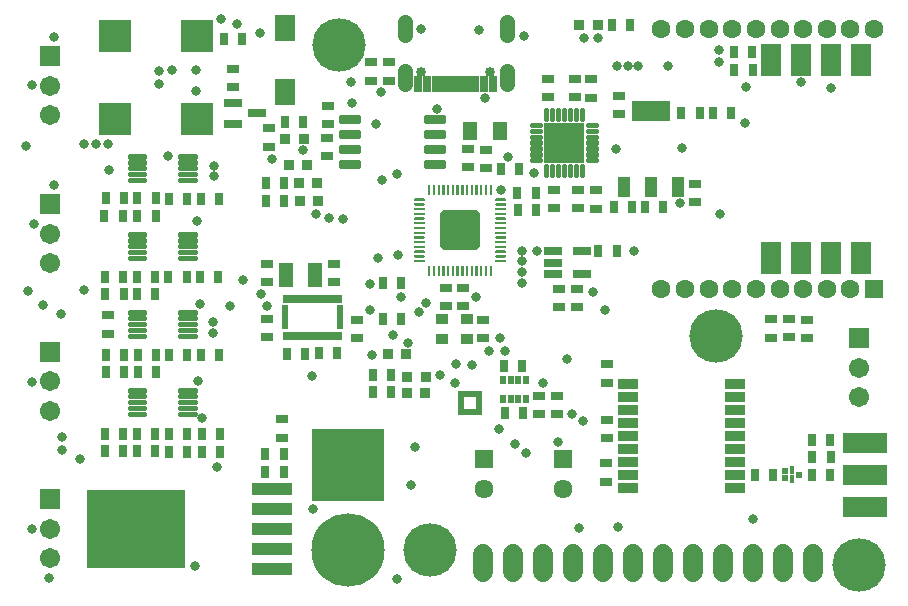
<source format=gbr>
G04 EAGLE Gerber RS-274X export*
G75*
%MOMM*%
%FSLAX34Y34*%
%LPD*%
%INSoldermask Top*%
%IPPOS*%
%AMOC8*
5,1,8,0,0,1.08239X$1,22.5*%
G01*
%ADD10R,0.502919X0.502919*%
%ADD11R,1.803200X2.203200*%
%ADD12R,2.703200X2.703200*%
%ADD13R,1.100000X0.750000*%
%ADD14R,0.750000X1.100000*%
%ADD15R,0.900000X0.900000*%
%ADD16R,1.711200X1.711200*%
%ADD17C,1.711200*%
%ADD18R,1.653200X0.889000*%
%ADD19R,0.553200X0.703200*%
%ADD20R,1.723200X2.743200*%
%ADD21R,3.703200X1.703200*%
%ADD22R,6.203200X6.203200*%
%ADD23C,6.203200*%
%ADD24R,1.300000X1.500000*%
%ADD25C,0.850800*%
%ADD26R,0.628200X0.528200*%
%ADD27R,0.453200X0.728200*%
%ADD28R,0.503200X0.728200*%
%ADD29R,0.628200X0.503200*%
%ADD30R,1.524000X0.762000*%
%ADD31C,0.268653*%
%ADD32R,3.353200X3.353200*%
%ADD33C,0.275422*%
%ADD34R,1.041400X1.803400*%
%ADD35R,3.302000X1.803400*%
%ADD36R,3.403600X1.117600*%
%ADD37R,8.356600X6.705600*%
%ADD38C,1.711200*%
%ADD39R,0.778200X1.353200*%
%ADD40R,0.478200X1.353200*%
%ADD41C,1.311200*%
%ADD42C,0.853200*%
%ADD43R,1.603200X1.603200*%
%ADD44C,1.603200*%
%ADD45R,1.103200X0.853200*%
%ADD46R,1.203200X2.003200*%
%ADD47R,1.611200X1.611200*%
%ADD48C,1.611200*%
%ADD49R,1.503200X0.753200*%
%ADD50C,0.344606*%
%ADD51C,0.809600*%
%ADD52C,4.519200*%

G36*
X356608Y340202D02*
X356608Y340202D01*
X356617Y340201D01*
X356705Y340222D01*
X356795Y340240D01*
X356802Y340245D01*
X356810Y340247D01*
X356883Y340301D01*
X356959Y340353D01*
X356963Y340360D01*
X356970Y340365D01*
X357017Y340443D01*
X357066Y340520D01*
X357067Y340529D01*
X357072Y340536D01*
X357099Y340700D01*
X357099Y341700D01*
X357098Y341708D01*
X357099Y341715D01*
X357099Y341716D01*
X357099Y341717D01*
X357078Y341805D01*
X357060Y341895D01*
X357055Y341902D01*
X357053Y341910D01*
X356999Y341983D01*
X356947Y342059D01*
X356940Y342063D01*
X356935Y342070D01*
X356857Y342117D01*
X356780Y342166D01*
X356771Y342167D01*
X356764Y342172D01*
X356600Y342199D01*
X348850Y342199D01*
X348842Y342198D01*
X348833Y342199D01*
X348745Y342178D01*
X348655Y342160D01*
X348648Y342155D01*
X348640Y342153D01*
X348567Y342099D01*
X348491Y342047D01*
X348487Y342040D01*
X348480Y342035D01*
X348433Y341957D01*
X348384Y341880D01*
X348383Y341871D01*
X348378Y341864D01*
X348351Y341700D01*
X348351Y340700D01*
X348352Y340692D01*
X348351Y340683D01*
X348372Y340595D01*
X348390Y340505D01*
X348395Y340498D01*
X348397Y340490D01*
X348451Y340417D01*
X348503Y340341D01*
X348510Y340337D01*
X348515Y340330D01*
X348593Y340283D01*
X348670Y340234D01*
X348679Y340233D01*
X348686Y340228D01*
X348850Y340201D01*
X356600Y340201D01*
X356608Y340202D01*
G37*
G36*
X425358Y340202D02*
X425358Y340202D01*
X425367Y340201D01*
X425455Y340222D01*
X425545Y340240D01*
X425552Y340245D01*
X425560Y340247D01*
X425633Y340301D01*
X425709Y340353D01*
X425713Y340360D01*
X425720Y340365D01*
X425767Y340443D01*
X425816Y340520D01*
X425817Y340529D01*
X425822Y340536D01*
X425849Y340700D01*
X425849Y341700D01*
X425848Y341708D01*
X425849Y341715D01*
X425849Y341716D01*
X425849Y341717D01*
X425828Y341805D01*
X425810Y341895D01*
X425805Y341902D01*
X425803Y341910D01*
X425749Y341983D01*
X425697Y342059D01*
X425690Y342063D01*
X425685Y342070D01*
X425607Y342117D01*
X425530Y342166D01*
X425521Y342167D01*
X425514Y342172D01*
X425350Y342199D01*
X417600Y342199D01*
X417592Y342198D01*
X417583Y342199D01*
X417495Y342178D01*
X417405Y342160D01*
X417398Y342155D01*
X417390Y342153D01*
X417317Y342099D01*
X417241Y342047D01*
X417237Y342040D01*
X417230Y342035D01*
X417183Y341957D01*
X417134Y341880D01*
X417133Y341871D01*
X417128Y341864D01*
X417101Y341700D01*
X417101Y340700D01*
X417102Y340692D01*
X417101Y340683D01*
X417122Y340595D01*
X417140Y340505D01*
X417145Y340498D01*
X417147Y340490D01*
X417201Y340417D01*
X417253Y340341D01*
X417260Y340337D01*
X417265Y340330D01*
X417343Y340283D01*
X417420Y340234D01*
X417429Y340233D01*
X417436Y340228D01*
X417600Y340201D01*
X425350Y340201D01*
X425358Y340202D01*
G37*
G36*
X425358Y336202D02*
X425358Y336202D01*
X425367Y336201D01*
X425455Y336222D01*
X425545Y336240D01*
X425552Y336245D01*
X425560Y336247D01*
X425633Y336301D01*
X425709Y336353D01*
X425713Y336360D01*
X425720Y336365D01*
X425767Y336443D01*
X425816Y336520D01*
X425817Y336529D01*
X425822Y336536D01*
X425849Y336700D01*
X425849Y337700D01*
X425848Y337708D01*
X425849Y337715D01*
X425849Y337716D01*
X425849Y337717D01*
X425828Y337805D01*
X425810Y337895D01*
X425805Y337902D01*
X425803Y337910D01*
X425749Y337983D01*
X425697Y338059D01*
X425690Y338063D01*
X425685Y338070D01*
X425607Y338117D01*
X425530Y338166D01*
X425521Y338167D01*
X425514Y338172D01*
X425350Y338199D01*
X417600Y338199D01*
X417592Y338198D01*
X417583Y338199D01*
X417495Y338178D01*
X417405Y338160D01*
X417398Y338155D01*
X417390Y338153D01*
X417317Y338099D01*
X417241Y338047D01*
X417237Y338040D01*
X417230Y338035D01*
X417183Y337957D01*
X417134Y337880D01*
X417133Y337871D01*
X417128Y337864D01*
X417101Y337700D01*
X417101Y336700D01*
X417102Y336692D01*
X417101Y336683D01*
X417122Y336595D01*
X417140Y336505D01*
X417145Y336498D01*
X417147Y336490D01*
X417201Y336417D01*
X417253Y336341D01*
X417260Y336337D01*
X417265Y336330D01*
X417343Y336283D01*
X417420Y336234D01*
X417429Y336233D01*
X417436Y336228D01*
X417600Y336201D01*
X425350Y336201D01*
X425358Y336202D01*
G37*
G36*
X356608Y336202D02*
X356608Y336202D01*
X356617Y336201D01*
X356705Y336222D01*
X356795Y336240D01*
X356802Y336245D01*
X356810Y336247D01*
X356883Y336301D01*
X356959Y336353D01*
X356963Y336360D01*
X356970Y336365D01*
X357017Y336443D01*
X357066Y336520D01*
X357067Y336529D01*
X357072Y336536D01*
X357099Y336700D01*
X357099Y337700D01*
X357098Y337708D01*
X357099Y337715D01*
X357099Y337716D01*
X357099Y337717D01*
X357078Y337805D01*
X357060Y337895D01*
X357055Y337902D01*
X357053Y337910D01*
X356999Y337983D01*
X356947Y338059D01*
X356940Y338063D01*
X356935Y338070D01*
X356857Y338117D01*
X356780Y338166D01*
X356771Y338167D01*
X356764Y338172D01*
X356600Y338199D01*
X348850Y338199D01*
X348842Y338198D01*
X348833Y338199D01*
X348745Y338178D01*
X348655Y338160D01*
X348648Y338155D01*
X348640Y338153D01*
X348567Y338099D01*
X348491Y338047D01*
X348487Y338040D01*
X348480Y338035D01*
X348433Y337957D01*
X348384Y337880D01*
X348383Y337871D01*
X348378Y337864D01*
X348351Y337700D01*
X348351Y336700D01*
X348352Y336692D01*
X348351Y336683D01*
X348372Y336595D01*
X348390Y336505D01*
X348395Y336498D01*
X348397Y336490D01*
X348451Y336417D01*
X348503Y336341D01*
X348510Y336337D01*
X348515Y336330D01*
X348593Y336283D01*
X348670Y336234D01*
X348679Y336233D01*
X348686Y336228D01*
X348850Y336201D01*
X356600Y336201D01*
X356608Y336202D01*
G37*
G36*
X425358Y332202D02*
X425358Y332202D01*
X425367Y332201D01*
X425455Y332222D01*
X425545Y332240D01*
X425552Y332245D01*
X425560Y332247D01*
X425633Y332301D01*
X425709Y332353D01*
X425713Y332360D01*
X425720Y332365D01*
X425767Y332443D01*
X425816Y332520D01*
X425817Y332529D01*
X425822Y332536D01*
X425849Y332700D01*
X425849Y333700D01*
X425848Y333708D01*
X425849Y333715D01*
X425849Y333716D01*
X425849Y333717D01*
X425828Y333805D01*
X425810Y333895D01*
X425805Y333902D01*
X425803Y333910D01*
X425749Y333983D01*
X425697Y334059D01*
X425690Y334063D01*
X425685Y334070D01*
X425607Y334117D01*
X425530Y334166D01*
X425521Y334167D01*
X425514Y334172D01*
X425350Y334199D01*
X417600Y334199D01*
X417592Y334198D01*
X417583Y334199D01*
X417495Y334178D01*
X417405Y334160D01*
X417398Y334155D01*
X417390Y334153D01*
X417317Y334099D01*
X417241Y334047D01*
X417237Y334040D01*
X417230Y334035D01*
X417183Y333957D01*
X417134Y333880D01*
X417133Y333871D01*
X417128Y333864D01*
X417101Y333700D01*
X417101Y332700D01*
X417102Y332692D01*
X417101Y332683D01*
X417122Y332595D01*
X417140Y332505D01*
X417145Y332498D01*
X417147Y332490D01*
X417201Y332417D01*
X417253Y332341D01*
X417260Y332337D01*
X417265Y332330D01*
X417343Y332283D01*
X417420Y332234D01*
X417429Y332233D01*
X417436Y332228D01*
X417600Y332201D01*
X425350Y332201D01*
X425358Y332202D01*
G37*
G36*
X356608Y332202D02*
X356608Y332202D01*
X356617Y332201D01*
X356705Y332222D01*
X356795Y332240D01*
X356802Y332245D01*
X356810Y332247D01*
X356883Y332301D01*
X356959Y332353D01*
X356963Y332360D01*
X356970Y332365D01*
X357017Y332443D01*
X357066Y332520D01*
X357067Y332529D01*
X357072Y332536D01*
X357099Y332700D01*
X357099Y333700D01*
X357098Y333708D01*
X357099Y333715D01*
X357099Y333716D01*
X357099Y333717D01*
X357078Y333805D01*
X357060Y333895D01*
X357055Y333902D01*
X357053Y333910D01*
X356999Y333983D01*
X356947Y334059D01*
X356940Y334063D01*
X356935Y334070D01*
X356857Y334117D01*
X356780Y334166D01*
X356771Y334167D01*
X356764Y334172D01*
X356600Y334199D01*
X348850Y334199D01*
X348842Y334198D01*
X348833Y334199D01*
X348745Y334178D01*
X348655Y334160D01*
X348648Y334155D01*
X348640Y334153D01*
X348567Y334099D01*
X348491Y334047D01*
X348487Y334040D01*
X348480Y334035D01*
X348433Y333957D01*
X348384Y333880D01*
X348383Y333871D01*
X348378Y333864D01*
X348351Y333700D01*
X348351Y332700D01*
X348352Y332692D01*
X348351Y332683D01*
X348372Y332595D01*
X348390Y332505D01*
X348395Y332498D01*
X348397Y332490D01*
X348451Y332417D01*
X348503Y332341D01*
X348510Y332337D01*
X348515Y332330D01*
X348593Y332283D01*
X348670Y332234D01*
X348679Y332233D01*
X348686Y332228D01*
X348850Y332201D01*
X356600Y332201D01*
X356608Y332202D01*
G37*
G36*
X425358Y328202D02*
X425358Y328202D01*
X425367Y328201D01*
X425455Y328222D01*
X425545Y328240D01*
X425552Y328245D01*
X425560Y328247D01*
X425633Y328301D01*
X425709Y328353D01*
X425713Y328360D01*
X425720Y328365D01*
X425767Y328443D01*
X425816Y328520D01*
X425817Y328529D01*
X425822Y328536D01*
X425849Y328700D01*
X425849Y329700D01*
X425848Y329708D01*
X425849Y329715D01*
X425849Y329716D01*
X425849Y329717D01*
X425828Y329805D01*
X425810Y329895D01*
X425805Y329902D01*
X425803Y329910D01*
X425749Y329983D01*
X425697Y330059D01*
X425690Y330063D01*
X425685Y330070D01*
X425607Y330117D01*
X425530Y330166D01*
X425521Y330167D01*
X425514Y330172D01*
X425350Y330199D01*
X417600Y330199D01*
X417592Y330198D01*
X417583Y330199D01*
X417495Y330178D01*
X417405Y330160D01*
X417398Y330155D01*
X417390Y330153D01*
X417317Y330099D01*
X417241Y330047D01*
X417237Y330040D01*
X417230Y330035D01*
X417183Y329957D01*
X417134Y329880D01*
X417133Y329871D01*
X417128Y329864D01*
X417101Y329700D01*
X417101Y328700D01*
X417102Y328692D01*
X417101Y328683D01*
X417122Y328595D01*
X417140Y328505D01*
X417145Y328498D01*
X417147Y328490D01*
X417201Y328417D01*
X417253Y328341D01*
X417260Y328337D01*
X417265Y328330D01*
X417343Y328283D01*
X417420Y328234D01*
X417429Y328233D01*
X417436Y328228D01*
X417600Y328201D01*
X425350Y328201D01*
X425358Y328202D01*
G37*
G36*
X356608Y312202D02*
X356608Y312202D01*
X356617Y312201D01*
X356705Y312222D01*
X356795Y312240D01*
X356802Y312245D01*
X356810Y312247D01*
X356883Y312301D01*
X356959Y312353D01*
X356963Y312360D01*
X356970Y312365D01*
X357017Y312443D01*
X357066Y312520D01*
X357067Y312529D01*
X357072Y312536D01*
X357099Y312700D01*
X357099Y313700D01*
X357098Y313708D01*
X357099Y313715D01*
X357099Y313716D01*
X357099Y313717D01*
X357078Y313805D01*
X357060Y313895D01*
X357055Y313902D01*
X357053Y313910D01*
X356999Y313983D01*
X356947Y314059D01*
X356940Y314063D01*
X356935Y314070D01*
X356857Y314117D01*
X356780Y314166D01*
X356771Y314167D01*
X356764Y314172D01*
X356600Y314199D01*
X348850Y314199D01*
X348842Y314198D01*
X348833Y314199D01*
X348745Y314178D01*
X348655Y314160D01*
X348648Y314155D01*
X348640Y314153D01*
X348567Y314099D01*
X348491Y314047D01*
X348487Y314040D01*
X348480Y314035D01*
X348433Y313957D01*
X348384Y313880D01*
X348383Y313871D01*
X348378Y313864D01*
X348351Y313700D01*
X348351Y312700D01*
X348352Y312692D01*
X348351Y312683D01*
X348372Y312595D01*
X348390Y312505D01*
X348395Y312498D01*
X348397Y312490D01*
X348451Y312417D01*
X348503Y312341D01*
X348510Y312337D01*
X348515Y312330D01*
X348593Y312283D01*
X348670Y312234D01*
X348679Y312233D01*
X348686Y312228D01*
X348850Y312201D01*
X356600Y312201D01*
X356608Y312202D01*
G37*
G36*
X356608Y328202D02*
X356608Y328202D01*
X356617Y328201D01*
X356705Y328222D01*
X356795Y328240D01*
X356802Y328245D01*
X356810Y328247D01*
X356883Y328301D01*
X356959Y328353D01*
X356963Y328360D01*
X356970Y328365D01*
X357017Y328443D01*
X357066Y328520D01*
X357067Y328529D01*
X357072Y328536D01*
X357099Y328700D01*
X357099Y329700D01*
X357098Y329708D01*
X357099Y329715D01*
X357099Y329716D01*
X357099Y329717D01*
X357078Y329805D01*
X357060Y329895D01*
X357055Y329902D01*
X357053Y329910D01*
X356999Y329983D01*
X356947Y330059D01*
X356940Y330063D01*
X356935Y330070D01*
X356857Y330117D01*
X356780Y330166D01*
X356771Y330167D01*
X356764Y330172D01*
X356600Y330199D01*
X348850Y330199D01*
X348842Y330198D01*
X348833Y330199D01*
X348745Y330178D01*
X348655Y330160D01*
X348648Y330155D01*
X348640Y330153D01*
X348567Y330099D01*
X348491Y330047D01*
X348487Y330040D01*
X348480Y330035D01*
X348433Y329957D01*
X348384Y329880D01*
X348383Y329871D01*
X348378Y329864D01*
X348351Y329700D01*
X348351Y328700D01*
X348352Y328692D01*
X348351Y328683D01*
X348372Y328595D01*
X348390Y328505D01*
X348395Y328498D01*
X348397Y328490D01*
X348451Y328417D01*
X348503Y328341D01*
X348510Y328337D01*
X348515Y328330D01*
X348593Y328283D01*
X348670Y328234D01*
X348679Y328233D01*
X348686Y328228D01*
X348850Y328201D01*
X356600Y328201D01*
X356608Y328202D01*
G37*
G36*
X356608Y324202D02*
X356608Y324202D01*
X356617Y324201D01*
X356705Y324222D01*
X356795Y324240D01*
X356802Y324245D01*
X356810Y324247D01*
X356883Y324301D01*
X356959Y324353D01*
X356963Y324360D01*
X356970Y324365D01*
X357017Y324443D01*
X357066Y324520D01*
X357067Y324529D01*
X357072Y324536D01*
X357099Y324700D01*
X357099Y325700D01*
X357098Y325708D01*
X357099Y325715D01*
X357099Y325716D01*
X357099Y325717D01*
X357078Y325805D01*
X357060Y325895D01*
X357055Y325902D01*
X357053Y325910D01*
X356999Y325983D01*
X356947Y326059D01*
X356940Y326063D01*
X356935Y326070D01*
X356857Y326117D01*
X356780Y326166D01*
X356771Y326167D01*
X356764Y326172D01*
X356600Y326199D01*
X348850Y326199D01*
X348842Y326198D01*
X348833Y326199D01*
X348745Y326178D01*
X348655Y326160D01*
X348648Y326155D01*
X348640Y326153D01*
X348567Y326099D01*
X348491Y326047D01*
X348487Y326040D01*
X348480Y326035D01*
X348433Y325957D01*
X348384Y325880D01*
X348383Y325871D01*
X348378Y325864D01*
X348351Y325700D01*
X348351Y324700D01*
X348352Y324692D01*
X348351Y324683D01*
X348372Y324595D01*
X348390Y324505D01*
X348395Y324498D01*
X348397Y324490D01*
X348451Y324417D01*
X348503Y324341D01*
X348510Y324337D01*
X348515Y324330D01*
X348593Y324283D01*
X348670Y324234D01*
X348679Y324233D01*
X348686Y324228D01*
X348850Y324201D01*
X356600Y324201D01*
X356608Y324202D01*
G37*
G36*
X425358Y324202D02*
X425358Y324202D01*
X425367Y324201D01*
X425455Y324222D01*
X425545Y324240D01*
X425552Y324245D01*
X425560Y324247D01*
X425633Y324301D01*
X425709Y324353D01*
X425713Y324360D01*
X425720Y324365D01*
X425767Y324443D01*
X425816Y324520D01*
X425817Y324529D01*
X425822Y324536D01*
X425849Y324700D01*
X425849Y325700D01*
X425848Y325708D01*
X425849Y325715D01*
X425849Y325716D01*
X425849Y325717D01*
X425828Y325805D01*
X425810Y325895D01*
X425805Y325902D01*
X425803Y325910D01*
X425749Y325983D01*
X425697Y326059D01*
X425690Y326063D01*
X425685Y326070D01*
X425607Y326117D01*
X425530Y326166D01*
X425521Y326167D01*
X425514Y326172D01*
X425350Y326199D01*
X417600Y326199D01*
X417592Y326198D01*
X417583Y326199D01*
X417495Y326178D01*
X417405Y326160D01*
X417398Y326155D01*
X417390Y326153D01*
X417317Y326099D01*
X417241Y326047D01*
X417237Y326040D01*
X417230Y326035D01*
X417183Y325957D01*
X417134Y325880D01*
X417133Y325871D01*
X417128Y325864D01*
X417101Y325700D01*
X417101Y324700D01*
X417102Y324692D01*
X417101Y324683D01*
X417122Y324595D01*
X417140Y324505D01*
X417145Y324498D01*
X417147Y324490D01*
X417201Y324417D01*
X417253Y324341D01*
X417260Y324337D01*
X417265Y324330D01*
X417343Y324283D01*
X417420Y324234D01*
X417429Y324233D01*
X417436Y324228D01*
X417600Y324201D01*
X425350Y324201D01*
X425358Y324202D01*
G37*
G36*
X356608Y320202D02*
X356608Y320202D01*
X356617Y320201D01*
X356705Y320222D01*
X356795Y320240D01*
X356802Y320245D01*
X356810Y320247D01*
X356883Y320301D01*
X356959Y320353D01*
X356963Y320360D01*
X356970Y320365D01*
X357017Y320443D01*
X357066Y320520D01*
X357067Y320529D01*
X357072Y320536D01*
X357099Y320700D01*
X357099Y321700D01*
X357098Y321708D01*
X357099Y321715D01*
X357099Y321716D01*
X357099Y321717D01*
X357078Y321805D01*
X357060Y321895D01*
X357055Y321902D01*
X357053Y321910D01*
X356999Y321983D01*
X356947Y322059D01*
X356940Y322063D01*
X356935Y322070D01*
X356857Y322117D01*
X356780Y322166D01*
X356771Y322167D01*
X356764Y322172D01*
X356600Y322199D01*
X348850Y322199D01*
X348842Y322198D01*
X348833Y322199D01*
X348745Y322178D01*
X348655Y322160D01*
X348648Y322155D01*
X348640Y322153D01*
X348567Y322099D01*
X348491Y322047D01*
X348487Y322040D01*
X348480Y322035D01*
X348433Y321957D01*
X348384Y321880D01*
X348383Y321871D01*
X348378Y321864D01*
X348351Y321700D01*
X348351Y320700D01*
X348352Y320692D01*
X348351Y320683D01*
X348372Y320595D01*
X348390Y320505D01*
X348395Y320498D01*
X348397Y320490D01*
X348451Y320417D01*
X348503Y320341D01*
X348510Y320337D01*
X348515Y320330D01*
X348593Y320283D01*
X348670Y320234D01*
X348679Y320233D01*
X348686Y320228D01*
X348850Y320201D01*
X356600Y320201D01*
X356608Y320202D01*
G37*
G36*
X425358Y320202D02*
X425358Y320202D01*
X425367Y320201D01*
X425455Y320222D01*
X425545Y320240D01*
X425552Y320245D01*
X425560Y320247D01*
X425633Y320301D01*
X425709Y320353D01*
X425713Y320360D01*
X425720Y320365D01*
X425767Y320443D01*
X425816Y320520D01*
X425817Y320529D01*
X425822Y320536D01*
X425849Y320700D01*
X425849Y321700D01*
X425848Y321708D01*
X425849Y321715D01*
X425849Y321716D01*
X425849Y321717D01*
X425828Y321805D01*
X425810Y321895D01*
X425805Y321902D01*
X425803Y321910D01*
X425749Y321983D01*
X425697Y322059D01*
X425690Y322063D01*
X425685Y322070D01*
X425607Y322117D01*
X425530Y322166D01*
X425521Y322167D01*
X425514Y322172D01*
X425350Y322199D01*
X417600Y322199D01*
X417592Y322198D01*
X417583Y322199D01*
X417495Y322178D01*
X417405Y322160D01*
X417398Y322155D01*
X417390Y322153D01*
X417317Y322099D01*
X417241Y322047D01*
X417237Y322040D01*
X417230Y322035D01*
X417183Y321957D01*
X417134Y321880D01*
X417133Y321871D01*
X417128Y321864D01*
X417101Y321700D01*
X417101Y320700D01*
X417102Y320692D01*
X417101Y320683D01*
X417122Y320595D01*
X417140Y320505D01*
X417145Y320498D01*
X417147Y320490D01*
X417201Y320417D01*
X417253Y320341D01*
X417260Y320337D01*
X417265Y320330D01*
X417343Y320283D01*
X417420Y320234D01*
X417429Y320233D01*
X417436Y320228D01*
X417600Y320201D01*
X425350Y320201D01*
X425358Y320202D01*
G37*
G36*
X356608Y316202D02*
X356608Y316202D01*
X356617Y316201D01*
X356705Y316222D01*
X356795Y316240D01*
X356802Y316245D01*
X356810Y316247D01*
X356883Y316301D01*
X356959Y316353D01*
X356963Y316360D01*
X356970Y316365D01*
X357017Y316443D01*
X357066Y316520D01*
X357067Y316529D01*
X357072Y316536D01*
X357099Y316700D01*
X357099Y317700D01*
X357098Y317708D01*
X357099Y317715D01*
X357099Y317716D01*
X357099Y317717D01*
X357078Y317805D01*
X357060Y317895D01*
X357055Y317902D01*
X357053Y317910D01*
X356999Y317983D01*
X356947Y318059D01*
X356940Y318063D01*
X356935Y318070D01*
X356857Y318117D01*
X356780Y318166D01*
X356771Y318167D01*
X356764Y318172D01*
X356600Y318199D01*
X348850Y318199D01*
X348842Y318198D01*
X348833Y318199D01*
X348745Y318178D01*
X348655Y318160D01*
X348648Y318155D01*
X348640Y318153D01*
X348567Y318099D01*
X348491Y318047D01*
X348487Y318040D01*
X348480Y318035D01*
X348433Y317957D01*
X348384Y317880D01*
X348383Y317871D01*
X348378Y317864D01*
X348351Y317700D01*
X348351Y316700D01*
X348352Y316692D01*
X348351Y316683D01*
X348372Y316595D01*
X348390Y316505D01*
X348395Y316498D01*
X348397Y316490D01*
X348451Y316417D01*
X348503Y316341D01*
X348510Y316337D01*
X348515Y316330D01*
X348593Y316283D01*
X348670Y316234D01*
X348679Y316233D01*
X348686Y316228D01*
X348850Y316201D01*
X356600Y316201D01*
X356608Y316202D01*
G37*
G36*
X425358Y316202D02*
X425358Y316202D01*
X425367Y316201D01*
X425455Y316222D01*
X425545Y316240D01*
X425552Y316245D01*
X425560Y316247D01*
X425633Y316301D01*
X425709Y316353D01*
X425713Y316360D01*
X425720Y316365D01*
X425767Y316443D01*
X425816Y316520D01*
X425817Y316529D01*
X425822Y316536D01*
X425849Y316700D01*
X425849Y317700D01*
X425848Y317708D01*
X425849Y317715D01*
X425849Y317716D01*
X425849Y317717D01*
X425828Y317805D01*
X425810Y317895D01*
X425805Y317902D01*
X425803Y317910D01*
X425749Y317983D01*
X425697Y318059D01*
X425690Y318063D01*
X425685Y318070D01*
X425607Y318117D01*
X425530Y318166D01*
X425521Y318167D01*
X425514Y318172D01*
X425350Y318199D01*
X417600Y318199D01*
X417592Y318198D01*
X417583Y318199D01*
X417495Y318178D01*
X417405Y318160D01*
X417398Y318155D01*
X417390Y318153D01*
X417317Y318099D01*
X417241Y318047D01*
X417237Y318040D01*
X417230Y318035D01*
X417183Y317957D01*
X417134Y317880D01*
X417133Y317871D01*
X417128Y317864D01*
X417101Y317700D01*
X417101Y316700D01*
X417102Y316692D01*
X417101Y316683D01*
X417122Y316595D01*
X417140Y316505D01*
X417145Y316498D01*
X417147Y316490D01*
X417201Y316417D01*
X417253Y316341D01*
X417260Y316337D01*
X417265Y316330D01*
X417343Y316283D01*
X417420Y316234D01*
X417429Y316233D01*
X417436Y316228D01*
X417600Y316201D01*
X425350Y316201D01*
X425358Y316202D01*
G37*
G36*
X425358Y312202D02*
X425358Y312202D01*
X425367Y312201D01*
X425455Y312222D01*
X425545Y312240D01*
X425552Y312245D01*
X425560Y312247D01*
X425633Y312301D01*
X425709Y312353D01*
X425713Y312360D01*
X425720Y312365D01*
X425767Y312443D01*
X425816Y312520D01*
X425817Y312529D01*
X425822Y312536D01*
X425849Y312700D01*
X425849Y313700D01*
X425848Y313708D01*
X425849Y313715D01*
X425849Y313716D01*
X425849Y313717D01*
X425828Y313805D01*
X425810Y313895D01*
X425805Y313902D01*
X425803Y313910D01*
X425749Y313983D01*
X425697Y314059D01*
X425690Y314063D01*
X425685Y314070D01*
X425607Y314117D01*
X425530Y314166D01*
X425521Y314167D01*
X425514Y314172D01*
X425350Y314199D01*
X417600Y314199D01*
X417592Y314198D01*
X417583Y314199D01*
X417495Y314178D01*
X417405Y314160D01*
X417398Y314155D01*
X417390Y314153D01*
X417317Y314099D01*
X417241Y314047D01*
X417237Y314040D01*
X417230Y314035D01*
X417183Y313957D01*
X417134Y313880D01*
X417133Y313871D01*
X417128Y313864D01*
X417101Y313700D01*
X417101Y312700D01*
X417102Y312692D01*
X417101Y312683D01*
X417122Y312595D01*
X417140Y312505D01*
X417145Y312498D01*
X417147Y312490D01*
X417201Y312417D01*
X417253Y312341D01*
X417260Y312337D01*
X417265Y312330D01*
X417343Y312283D01*
X417420Y312234D01*
X417429Y312233D01*
X417436Y312228D01*
X417600Y312201D01*
X425350Y312201D01*
X425358Y312202D01*
G37*
G36*
X425358Y308202D02*
X425358Y308202D01*
X425367Y308201D01*
X425455Y308222D01*
X425545Y308240D01*
X425552Y308245D01*
X425560Y308247D01*
X425633Y308301D01*
X425709Y308353D01*
X425713Y308360D01*
X425720Y308365D01*
X425767Y308443D01*
X425816Y308520D01*
X425817Y308529D01*
X425822Y308536D01*
X425849Y308700D01*
X425849Y309700D01*
X425848Y309708D01*
X425849Y309715D01*
X425849Y309716D01*
X425849Y309717D01*
X425828Y309805D01*
X425810Y309895D01*
X425805Y309902D01*
X425803Y309910D01*
X425749Y309983D01*
X425697Y310059D01*
X425690Y310063D01*
X425685Y310070D01*
X425607Y310117D01*
X425530Y310166D01*
X425521Y310167D01*
X425514Y310172D01*
X425350Y310199D01*
X417600Y310199D01*
X417592Y310198D01*
X417583Y310199D01*
X417495Y310178D01*
X417405Y310160D01*
X417398Y310155D01*
X417390Y310153D01*
X417317Y310099D01*
X417241Y310047D01*
X417237Y310040D01*
X417230Y310035D01*
X417183Y309957D01*
X417134Y309880D01*
X417133Y309871D01*
X417128Y309864D01*
X417101Y309700D01*
X417101Y308700D01*
X417102Y308692D01*
X417101Y308683D01*
X417122Y308595D01*
X417140Y308505D01*
X417145Y308498D01*
X417147Y308490D01*
X417201Y308417D01*
X417253Y308341D01*
X417260Y308337D01*
X417265Y308330D01*
X417343Y308283D01*
X417420Y308234D01*
X417429Y308233D01*
X417436Y308228D01*
X417600Y308201D01*
X425350Y308201D01*
X425358Y308202D01*
G37*
G36*
X356608Y308202D02*
X356608Y308202D01*
X356617Y308201D01*
X356705Y308222D01*
X356795Y308240D01*
X356802Y308245D01*
X356810Y308247D01*
X356883Y308301D01*
X356959Y308353D01*
X356963Y308360D01*
X356970Y308365D01*
X357017Y308443D01*
X357066Y308520D01*
X357067Y308529D01*
X357072Y308536D01*
X357099Y308700D01*
X357099Y309700D01*
X357098Y309708D01*
X357099Y309715D01*
X357099Y309716D01*
X357099Y309717D01*
X357078Y309805D01*
X357060Y309895D01*
X357055Y309902D01*
X357053Y309910D01*
X356999Y309983D01*
X356947Y310059D01*
X356940Y310063D01*
X356935Y310070D01*
X356857Y310117D01*
X356780Y310166D01*
X356771Y310167D01*
X356764Y310172D01*
X356600Y310199D01*
X348850Y310199D01*
X348842Y310198D01*
X348833Y310199D01*
X348745Y310178D01*
X348655Y310160D01*
X348648Y310155D01*
X348640Y310153D01*
X348567Y310099D01*
X348491Y310047D01*
X348487Y310040D01*
X348480Y310035D01*
X348433Y309957D01*
X348384Y309880D01*
X348383Y309871D01*
X348378Y309864D01*
X348351Y309700D01*
X348351Y308700D01*
X348352Y308692D01*
X348351Y308683D01*
X348372Y308595D01*
X348390Y308505D01*
X348395Y308498D01*
X348397Y308490D01*
X348451Y308417D01*
X348503Y308341D01*
X348510Y308337D01*
X348515Y308330D01*
X348593Y308283D01*
X348670Y308234D01*
X348679Y308233D01*
X348686Y308228D01*
X348850Y308201D01*
X356600Y308201D01*
X356608Y308202D01*
G37*
G36*
X425358Y304202D02*
X425358Y304202D01*
X425367Y304201D01*
X425455Y304222D01*
X425545Y304240D01*
X425552Y304245D01*
X425560Y304247D01*
X425633Y304301D01*
X425709Y304353D01*
X425713Y304360D01*
X425720Y304365D01*
X425767Y304443D01*
X425816Y304520D01*
X425817Y304529D01*
X425822Y304536D01*
X425849Y304700D01*
X425849Y305700D01*
X425848Y305708D01*
X425849Y305715D01*
X425849Y305716D01*
X425849Y305717D01*
X425828Y305805D01*
X425810Y305895D01*
X425805Y305902D01*
X425803Y305910D01*
X425749Y305983D01*
X425697Y306059D01*
X425690Y306063D01*
X425685Y306070D01*
X425607Y306117D01*
X425530Y306166D01*
X425521Y306167D01*
X425514Y306172D01*
X425350Y306199D01*
X417600Y306199D01*
X417592Y306198D01*
X417583Y306199D01*
X417495Y306178D01*
X417405Y306160D01*
X417398Y306155D01*
X417390Y306153D01*
X417317Y306099D01*
X417241Y306047D01*
X417237Y306040D01*
X417230Y306035D01*
X417183Y305957D01*
X417134Y305880D01*
X417133Y305871D01*
X417128Y305864D01*
X417101Y305700D01*
X417101Y304700D01*
X417102Y304692D01*
X417101Y304683D01*
X417122Y304595D01*
X417140Y304505D01*
X417145Y304498D01*
X417147Y304490D01*
X417201Y304417D01*
X417253Y304341D01*
X417260Y304337D01*
X417265Y304330D01*
X417343Y304283D01*
X417420Y304234D01*
X417429Y304233D01*
X417436Y304228D01*
X417600Y304201D01*
X425350Y304201D01*
X425358Y304202D01*
G37*
G36*
X356608Y304202D02*
X356608Y304202D01*
X356617Y304201D01*
X356705Y304222D01*
X356795Y304240D01*
X356802Y304245D01*
X356810Y304247D01*
X356883Y304301D01*
X356959Y304353D01*
X356963Y304360D01*
X356970Y304365D01*
X357017Y304443D01*
X357066Y304520D01*
X357067Y304529D01*
X357072Y304536D01*
X357099Y304700D01*
X357099Y305700D01*
X357098Y305708D01*
X357099Y305715D01*
X357099Y305716D01*
X357099Y305717D01*
X357078Y305805D01*
X357060Y305895D01*
X357055Y305902D01*
X357053Y305910D01*
X356999Y305983D01*
X356947Y306059D01*
X356940Y306063D01*
X356935Y306070D01*
X356857Y306117D01*
X356780Y306166D01*
X356771Y306167D01*
X356764Y306172D01*
X356600Y306199D01*
X348850Y306199D01*
X348842Y306198D01*
X348833Y306199D01*
X348745Y306178D01*
X348655Y306160D01*
X348648Y306155D01*
X348640Y306153D01*
X348567Y306099D01*
X348491Y306047D01*
X348487Y306040D01*
X348480Y306035D01*
X348433Y305957D01*
X348384Y305880D01*
X348383Y305871D01*
X348378Y305864D01*
X348351Y305700D01*
X348351Y304700D01*
X348352Y304692D01*
X348351Y304683D01*
X348372Y304595D01*
X348390Y304505D01*
X348395Y304498D01*
X348397Y304490D01*
X348451Y304417D01*
X348503Y304341D01*
X348510Y304337D01*
X348515Y304330D01*
X348593Y304283D01*
X348670Y304234D01*
X348679Y304233D01*
X348686Y304228D01*
X348850Y304201D01*
X356600Y304201D01*
X356608Y304202D01*
G37*
G36*
X356608Y300202D02*
X356608Y300202D01*
X356617Y300201D01*
X356705Y300222D01*
X356795Y300240D01*
X356802Y300245D01*
X356810Y300247D01*
X356883Y300301D01*
X356959Y300353D01*
X356963Y300360D01*
X356970Y300365D01*
X357017Y300443D01*
X357066Y300520D01*
X357067Y300529D01*
X357072Y300536D01*
X357099Y300700D01*
X357099Y301700D01*
X357098Y301708D01*
X357099Y301715D01*
X357099Y301716D01*
X357099Y301717D01*
X357078Y301805D01*
X357060Y301895D01*
X357055Y301902D01*
X357053Y301910D01*
X356999Y301983D01*
X356947Y302059D01*
X356940Y302063D01*
X356935Y302070D01*
X356857Y302117D01*
X356780Y302166D01*
X356771Y302167D01*
X356764Y302172D01*
X356600Y302199D01*
X348850Y302199D01*
X348842Y302198D01*
X348833Y302199D01*
X348745Y302178D01*
X348655Y302160D01*
X348648Y302155D01*
X348640Y302153D01*
X348567Y302099D01*
X348491Y302047D01*
X348487Y302040D01*
X348480Y302035D01*
X348433Y301957D01*
X348384Y301880D01*
X348383Y301871D01*
X348378Y301864D01*
X348351Y301700D01*
X348351Y300700D01*
X348352Y300692D01*
X348351Y300683D01*
X348372Y300595D01*
X348390Y300505D01*
X348395Y300498D01*
X348397Y300490D01*
X348451Y300417D01*
X348503Y300341D01*
X348510Y300337D01*
X348515Y300330D01*
X348593Y300283D01*
X348670Y300234D01*
X348679Y300233D01*
X348686Y300228D01*
X348850Y300201D01*
X356600Y300201D01*
X356608Y300202D01*
G37*
G36*
X425358Y300202D02*
X425358Y300202D01*
X425367Y300201D01*
X425455Y300222D01*
X425545Y300240D01*
X425552Y300245D01*
X425560Y300247D01*
X425633Y300301D01*
X425709Y300353D01*
X425713Y300360D01*
X425720Y300365D01*
X425767Y300443D01*
X425816Y300520D01*
X425817Y300529D01*
X425822Y300536D01*
X425849Y300700D01*
X425849Y301700D01*
X425848Y301708D01*
X425849Y301715D01*
X425849Y301716D01*
X425849Y301717D01*
X425828Y301805D01*
X425810Y301895D01*
X425805Y301902D01*
X425803Y301910D01*
X425749Y301983D01*
X425697Y302059D01*
X425690Y302063D01*
X425685Y302070D01*
X425607Y302117D01*
X425530Y302166D01*
X425521Y302167D01*
X425514Y302172D01*
X425350Y302199D01*
X417600Y302199D01*
X417592Y302198D01*
X417583Y302199D01*
X417495Y302178D01*
X417405Y302160D01*
X417398Y302155D01*
X417390Y302153D01*
X417317Y302099D01*
X417241Y302047D01*
X417237Y302040D01*
X417230Y302035D01*
X417183Y301957D01*
X417134Y301880D01*
X417133Y301871D01*
X417128Y301864D01*
X417101Y301700D01*
X417101Y300700D01*
X417102Y300692D01*
X417101Y300683D01*
X417122Y300595D01*
X417140Y300505D01*
X417145Y300498D01*
X417147Y300490D01*
X417201Y300417D01*
X417253Y300341D01*
X417260Y300337D01*
X417265Y300330D01*
X417343Y300283D01*
X417420Y300234D01*
X417429Y300233D01*
X417436Y300228D01*
X417600Y300201D01*
X425350Y300201D01*
X425358Y300202D01*
G37*
G36*
X425358Y296202D02*
X425358Y296202D01*
X425367Y296201D01*
X425455Y296222D01*
X425545Y296240D01*
X425552Y296245D01*
X425560Y296247D01*
X425633Y296301D01*
X425709Y296353D01*
X425713Y296360D01*
X425720Y296365D01*
X425767Y296443D01*
X425816Y296520D01*
X425817Y296529D01*
X425822Y296536D01*
X425849Y296700D01*
X425849Y297700D01*
X425848Y297708D01*
X425849Y297715D01*
X425849Y297716D01*
X425849Y297717D01*
X425828Y297805D01*
X425810Y297895D01*
X425805Y297902D01*
X425803Y297910D01*
X425749Y297983D01*
X425697Y298059D01*
X425690Y298063D01*
X425685Y298070D01*
X425607Y298117D01*
X425530Y298166D01*
X425521Y298167D01*
X425514Y298172D01*
X425350Y298199D01*
X417600Y298199D01*
X417592Y298198D01*
X417583Y298199D01*
X417495Y298178D01*
X417405Y298160D01*
X417398Y298155D01*
X417390Y298153D01*
X417317Y298099D01*
X417241Y298047D01*
X417237Y298040D01*
X417230Y298035D01*
X417183Y297957D01*
X417134Y297880D01*
X417133Y297871D01*
X417128Y297864D01*
X417101Y297700D01*
X417101Y296700D01*
X417102Y296692D01*
X417101Y296683D01*
X417122Y296595D01*
X417140Y296505D01*
X417145Y296498D01*
X417147Y296490D01*
X417201Y296417D01*
X417253Y296341D01*
X417260Y296337D01*
X417265Y296330D01*
X417343Y296283D01*
X417420Y296234D01*
X417429Y296233D01*
X417436Y296228D01*
X417600Y296201D01*
X425350Y296201D01*
X425358Y296202D01*
G37*
G36*
X356608Y296202D02*
X356608Y296202D01*
X356617Y296201D01*
X356705Y296222D01*
X356795Y296240D01*
X356802Y296245D01*
X356810Y296247D01*
X356883Y296301D01*
X356959Y296353D01*
X356963Y296360D01*
X356970Y296365D01*
X357017Y296443D01*
X357066Y296520D01*
X357067Y296529D01*
X357072Y296536D01*
X357099Y296700D01*
X357099Y297700D01*
X357098Y297708D01*
X357099Y297715D01*
X357099Y297716D01*
X357099Y297717D01*
X357078Y297805D01*
X357060Y297895D01*
X357055Y297902D01*
X357053Y297910D01*
X356999Y297983D01*
X356947Y298059D01*
X356940Y298063D01*
X356935Y298070D01*
X356857Y298117D01*
X356780Y298166D01*
X356771Y298167D01*
X356764Y298172D01*
X356600Y298199D01*
X348850Y298199D01*
X348842Y298198D01*
X348833Y298199D01*
X348745Y298178D01*
X348655Y298160D01*
X348648Y298155D01*
X348640Y298153D01*
X348567Y298099D01*
X348491Y298047D01*
X348487Y298040D01*
X348480Y298035D01*
X348433Y297957D01*
X348384Y297880D01*
X348383Y297871D01*
X348378Y297864D01*
X348351Y297700D01*
X348351Y296700D01*
X348352Y296692D01*
X348351Y296683D01*
X348372Y296595D01*
X348390Y296505D01*
X348395Y296498D01*
X348397Y296490D01*
X348451Y296417D01*
X348503Y296341D01*
X348510Y296337D01*
X348515Y296330D01*
X348593Y296283D01*
X348670Y296234D01*
X348679Y296233D01*
X348686Y296228D01*
X348850Y296201D01*
X356600Y296201D01*
X356608Y296202D01*
G37*
G36*
X356608Y292202D02*
X356608Y292202D01*
X356617Y292201D01*
X356705Y292222D01*
X356795Y292240D01*
X356802Y292245D01*
X356810Y292247D01*
X356883Y292301D01*
X356959Y292353D01*
X356963Y292360D01*
X356970Y292365D01*
X357017Y292443D01*
X357066Y292520D01*
X357067Y292529D01*
X357072Y292536D01*
X357099Y292700D01*
X357099Y293700D01*
X357098Y293708D01*
X357099Y293715D01*
X357099Y293716D01*
X357099Y293717D01*
X357078Y293805D01*
X357060Y293895D01*
X357055Y293902D01*
X357053Y293910D01*
X356999Y293983D01*
X356947Y294059D01*
X356940Y294063D01*
X356935Y294070D01*
X356857Y294117D01*
X356780Y294166D01*
X356771Y294167D01*
X356764Y294172D01*
X356600Y294199D01*
X348850Y294199D01*
X348842Y294198D01*
X348833Y294199D01*
X348745Y294178D01*
X348655Y294160D01*
X348648Y294155D01*
X348640Y294153D01*
X348567Y294099D01*
X348491Y294047D01*
X348487Y294040D01*
X348480Y294035D01*
X348433Y293957D01*
X348384Y293880D01*
X348383Y293871D01*
X348378Y293864D01*
X348351Y293700D01*
X348351Y292700D01*
X348352Y292692D01*
X348351Y292683D01*
X348372Y292595D01*
X348390Y292505D01*
X348395Y292498D01*
X348397Y292490D01*
X348451Y292417D01*
X348503Y292341D01*
X348510Y292337D01*
X348515Y292330D01*
X348593Y292283D01*
X348670Y292234D01*
X348679Y292233D01*
X348686Y292228D01*
X348850Y292201D01*
X356600Y292201D01*
X356608Y292202D01*
G37*
G36*
X425358Y292202D02*
X425358Y292202D01*
X425367Y292201D01*
X425455Y292222D01*
X425545Y292240D01*
X425552Y292245D01*
X425560Y292247D01*
X425633Y292301D01*
X425709Y292353D01*
X425713Y292360D01*
X425720Y292365D01*
X425767Y292443D01*
X425816Y292520D01*
X425817Y292529D01*
X425822Y292536D01*
X425849Y292700D01*
X425849Y293700D01*
X425848Y293708D01*
X425849Y293715D01*
X425849Y293716D01*
X425849Y293717D01*
X425828Y293805D01*
X425810Y293895D01*
X425805Y293902D01*
X425803Y293910D01*
X425749Y293983D01*
X425697Y294059D01*
X425690Y294063D01*
X425685Y294070D01*
X425607Y294117D01*
X425530Y294166D01*
X425521Y294167D01*
X425514Y294172D01*
X425350Y294199D01*
X417600Y294199D01*
X417592Y294198D01*
X417583Y294199D01*
X417495Y294178D01*
X417405Y294160D01*
X417398Y294155D01*
X417390Y294153D01*
X417317Y294099D01*
X417241Y294047D01*
X417237Y294040D01*
X417230Y294035D01*
X417183Y293957D01*
X417134Y293880D01*
X417133Y293871D01*
X417128Y293864D01*
X417101Y293700D01*
X417101Y292700D01*
X417102Y292692D01*
X417101Y292683D01*
X417122Y292595D01*
X417140Y292505D01*
X417145Y292498D01*
X417147Y292490D01*
X417201Y292417D01*
X417253Y292341D01*
X417260Y292337D01*
X417265Y292330D01*
X417343Y292283D01*
X417420Y292234D01*
X417429Y292233D01*
X417436Y292228D01*
X417600Y292201D01*
X425350Y292201D01*
X425358Y292202D01*
G37*
G36*
X425358Y288202D02*
X425358Y288202D01*
X425367Y288201D01*
X425455Y288222D01*
X425545Y288240D01*
X425552Y288245D01*
X425560Y288247D01*
X425633Y288301D01*
X425709Y288353D01*
X425713Y288360D01*
X425720Y288365D01*
X425767Y288443D01*
X425816Y288520D01*
X425817Y288529D01*
X425822Y288536D01*
X425849Y288700D01*
X425849Y289700D01*
X425848Y289708D01*
X425849Y289715D01*
X425849Y289716D01*
X425849Y289717D01*
X425828Y289805D01*
X425810Y289895D01*
X425805Y289902D01*
X425803Y289910D01*
X425749Y289983D01*
X425697Y290059D01*
X425690Y290063D01*
X425685Y290070D01*
X425607Y290117D01*
X425530Y290166D01*
X425521Y290167D01*
X425514Y290172D01*
X425350Y290199D01*
X417600Y290199D01*
X417592Y290198D01*
X417583Y290199D01*
X417495Y290178D01*
X417405Y290160D01*
X417398Y290155D01*
X417390Y290153D01*
X417317Y290099D01*
X417241Y290047D01*
X417237Y290040D01*
X417230Y290035D01*
X417183Y289957D01*
X417134Y289880D01*
X417133Y289871D01*
X417128Y289864D01*
X417101Y289700D01*
X417101Y288700D01*
X417102Y288692D01*
X417101Y288683D01*
X417122Y288595D01*
X417140Y288505D01*
X417145Y288498D01*
X417147Y288490D01*
X417201Y288417D01*
X417253Y288341D01*
X417260Y288337D01*
X417265Y288330D01*
X417343Y288283D01*
X417420Y288234D01*
X417429Y288233D01*
X417436Y288228D01*
X417600Y288201D01*
X425350Y288201D01*
X425358Y288202D01*
G37*
G36*
X356608Y288202D02*
X356608Y288202D01*
X356617Y288201D01*
X356705Y288222D01*
X356795Y288240D01*
X356802Y288245D01*
X356810Y288247D01*
X356883Y288301D01*
X356959Y288353D01*
X356963Y288360D01*
X356970Y288365D01*
X357017Y288443D01*
X357066Y288520D01*
X357067Y288529D01*
X357072Y288536D01*
X357099Y288700D01*
X357099Y289700D01*
X357098Y289708D01*
X357099Y289715D01*
X357099Y289716D01*
X357099Y289717D01*
X357078Y289805D01*
X357060Y289895D01*
X357055Y289902D01*
X357053Y289910D01*
X356999Y289983D01*
X356947Y290059D01*
X356940Y290063D01*
X356935Y290070D01*
X356857Y290117D01*
X356780Y290166D01*
X356771Y290167D01*
X356764Y290172D01*
X356600Y290199D01*
X348850Y290199D01*
X348842Y290198D01*
X348833Y290199D01*
X348745Y290178D01*
X348655Y290160D01*
X348648Y290155D01*
X348640Y290153D01*
X348567Y290099D01*
X348491Y290047D01*
X348487Y290040D01*
X348480Y290035D01*
X348433Y289957D01*
X348384Y289880D01*
X348383Y289871D01*
X348378Y289864D01*
X348351Y289700D01*
X348351Y288700D01*
X348352Y288692D01*
X348351Y288683D01*
X348372Y288595D01*
X348390Y288505D01*
X348395Y288498D01*
X348397Y288490D01*
X348451Y288417D01*
X348503Y288341D01*
X348510Y288337D01*
X348515Y288330D01*
X348593Y288283D01*
X348670Y288234D01*
X348679Y288233D01*
X348686Y288228D01*
X348850Y288201D01*
X356600Y288201D01*
X356608Y288202D01*
G37*
G36*
X397608Y345202D02*
X397608Y345202D01*
X397617Y345201D01*
X397705Y345222D01*
X397795Y345240D01*
X397802Y345245D01*
X397810Y345247D01*
X397883Y345301D01*
X397959Y345353D01*
X397963Y345360D01*
X397970Y345365D01*
X398017Y345443D01*
X398066Y345520D01*
X398067Y345529D01*
X398072Y345536D01*
X398099Y345700D01*
X398099Y353450D01*
X398098Y353458D01*
X398099Y353467D01*
X398078Y353555D01*
X398060Y353645D01*
X398055Y353652D01*
X398053Y353660D01*
X397999Y353733D01*
X397947Y353809D01*
X397940Y353813D01*
X397935Y353820D01*
X397857Y353867D01*
X397780Y353916D01*
X397771Y353917D01*
X397764Y353922D01*
X397600Y353949D01*
X396600Y353949D01*
X396592Y353948D01*
X396583Y353949D01*
X396495Y353928D01*
X396405Y353910D01*
X396398Y353905D01*
X396390Y353903D01*
X396317Y353849D01*
X396241Y353797D01*
X396237Y353790D01*
X396230Y353785D01*
X396183Y353707D01*
X396134Y353630D01*
X396133Y353621D01*
X396128Y353614D01*
X396101Y353450D01*
X396101Y345700D01*
X396102Y345692D01*
X396101Y345683D01*
X396122Y345595D01*
X396140Y345505D01*
X396145Y345498D01*
X396147Y345490D01*
X396201Y345417D01*
X396253Y345341D01*
X396260Y345337D01*
X396265Y345330D01*
X396343Y345283D01*
X396420Y345234D01*
X396429Y345233D01*
X396436Y345228D01*
X396600Y345201D01*
X397600Y345201D01*
X397608Y345202D01*
G37*
G36*
X377608Y345202D02*
X377608Y345202D01*
X377617Y345201D01*
X377705Y345222D01*
X377795Y345240D01*
X377802Y345245D01*
X377810Y345247D01*
X377883Y345301D01*
X377959Y345353D01*
X377963Y345360D01*
X377970Y345365D01*
X378017Y345443D01*
X378066Y345520D01*
X378067Y345529D01*
X378072Y345536D01*
X378099Y345700D01*
X378099Y353450D01*
X378098Y353458D01*
X378099Y353467D01*
X378078Y353555D01*
X378060Y353645D01*
X378055Y353652D01*
X378053Y353660D01*
X377999Y353733D01*
X377947Y353809D01*
X377940Y353813D01*
X377935Y353820D01*
X377857Y353867D01*
X377780Y353916D01*
X377771Y353917D01*
X377764Y353922D01*
X377600Y353949D01*
X376600Y353949D01*
X376592Y353948D01*
X376583Y353949D01*
X376495Y353928D01*
X376405Y353910D01*
X376398Y353905D01*
X376390Y353903D01*
X376317Y353849D01*
X376241Y353797D01*
X376237Y353790D01*
X376230Y353785D01*
X376183Y353707D01*
X376134Y353630D01*
X376133Y353621D01*
X376128Y353614D01*
X376101Y353450D01*
X376101Y345700D01*
X376102Y345692D01*
X376101Y345683D01*
X376122Y345595D01*
X376140Y345505D01*
X376145Y345498D01*
X376147Y345490D01*
X376201Y345417D01*
X376253Y345341D01*
X376260Y345337D01*
X376265Y345330D01*
X376343Y345283D01*
X376420Y345234D01*
X376429Y345233D01*
X376436Y345228D01*
X376600Y345201D01*
X377600Y345201D01*
X377608Y345202D01*
G37*
G36*
X409608Y345202D02*
X409608Y345202D01*
X409617Y345201D01*
X409705Y345222D01*
X409795Y345240D01*
X409802Y345245D01*
X409810Y345247D01*
X409883Y345301D01*
X409959Y345353D01*
X409963Y345360D01*
X409970Y345365D01*
X410017Y345443D01*
X410066Y345520D01*
X410067Y345529D01*
X410072Y345536D01*
X410099Y345700D01*
X410099Y353450D01*
X410098Y353458D01*
X410099Y353467D01*
X410078Y353555D01*
X410060Y353645D01*
X410055Y353652D01*
X410053Y353660D01*
X409999Y353733D01*
X409947Y353809D01*
X409940Y353813D01*
X409935Y353820D01*
X409857Y353867D01*
X409780Y353916D01*
X409771Y353917D01*
X409764Y353922D01*
X409600Y353949D01*
X408600Y353949D01*
X408592Y353948D01*
X408583Y353949D01*
X408495Y353928D01*
X408405Y353910D01*
X408398Y353905D01*
X408390Y353903D01*
X408317Y353849D01*
X408241Y353797D01*
X408237Y353790D01*
X408230Y353785D01*
X408183Y353707D01*
X408134Y353630D01*
X408133Y353621D01*
X408128Y353614D01*
X408101Y353450D01*
X408101Y345700D01*
X408102Y345692D01*
X408101Y345683D01*
X408122Y345595D01*
X408140Y345505D01*
X408145Y345498D01*
X408147Y345490D01*
X408201Y345417D01*
X408253Y345341D01*
X408260Y345337D01*
X408265Y345330D01*
X408343Y345283D01*
X408420Y345234D01*
X408429Y345233D01*
X408436Y345228D01*
X408600Y345201D01*
X409600Y345201D01*
X409608Y345202D01*
G37*
G36*
X369608Y345202D02*
X369608Y345202D01*
X369617Y345201D01*
X369705Y345222D01*
X369795Y345240D01*
X369802Y345245D01*
X369810Y345247D01*
X369883Y345301D01*
X369959Y345353D01*
X369963Y345360D01*
X369970Y345365D01*
X370017Y345443D01*
X370066Y345520D01*
X370067Y345529D01*
X370072Y345536D01*
X370099Y345700D01*
X370099Y353450D01*
X370098Y353458D01*
X370099Y353467D01*
X370078Y353555D01*
X370060Y353645D01*
X370055Y353652D01*
X370053Y353660D01*
X369999Y353733D01*
X369947Y353809D01*
X369940Y353813D01*
X369935Y353820D01*
X369857Y353867D01*
X369780Y353916D01*
X369771Y353917D01*
X369764Y353922D01*
X369600Y353949D01*
X368600Y353949D01*
X368592Y353948D01*
X368583Y353949D01*
X368495Y353928D01*
X368405Y353910D01*
X368398Y353905D01*
X368390Y353903D01*
X368317Y353849D01*
X368241Y353797D01*
X368237Y353790D01*
X368230Y353785D01*
X368183Y353707D01*
X368134Y353630D01*
X368133Y353621D01*
X368128Y353614D01*
X368101Y353450D01*
X368101Y345700D01*
X368102Y345692D01*
X368101Y345683D01*
X368122Y345595D01*
X368140Y345505D01*
X368145Y345498D01*
X368147Y345490D01*
X368201Y345417D01*
X368253Y345341D01*
X368260Y345337D01*
X368265Y345330D01*
X368343Y345283D01*
X368420Y345234D01*
X368429Y345233D01*
X368436Y345228D01*
X368600Y345201D01*
X369600Y345201D01*
X369608Y345202D01*
G37*
G36*
X389608Y345202D02*
X389608Y345202D01*
X389617Y345201D01*
X389705Y345222D01*
X389795Y345240D01*
X389802Y345245D01*
X389810Y345247D01*
X389883Y345301D01*
X389959Y345353D01*
X389963Y345360D01*
X389970Y345365D01*
X390017Y345443D01*
X390066Y345520D01*
X390067Y345529D01*
X390072Y345536D01*
X390099Y345700D01*
X390099Y353450D01*
X390098Y353458D01*
X390099Y353467D01*
X390078Y353555D01*
X390060Y353645D01*
X390055Y353652D01*
X390053Y353660D01*
X389999Y353733D01*
X389947Y353809D01*
X389940Y353813D01*
X389935Y353820D01*
X389857Y353867D01*
X389780Y353916D01*
X389771Y353917D01*
X389764Y353922D01*
X389600Y353949D01*
X388600Y353949D01*
X388592Y353948D01*
X388583Y353949D01*
X388495Y353928D01*
X388405Y353910D01*
X388398Y353905D01*
X388390Y353903D01*
X388317Y353849D01*
X388241Y353797D01*
X388237Y353790D01*
X388230Y353785D01*
X388183Y353707D01*
X388134Y353630D01*
X388133Y353621D01*
X388128Y353614D01*
X388101Y353450D01*
X388101Y345700D01*
X388102Y345692D01*
X388101Y345683D01*
X388122Y345595D01*
X388140Y345505D01*
X388145Y345498D01*
X388147Y345490D01*
X388201Y345417D01*
X388253Y345341D01*
X388260Y345337D01*
X388265Y345330D01*
X388343Y345283D01*
X388420Y345234D01*
X388429Y345233D01*
X388436Y345228D01*
X388600Y345201D01*
X389600Y345201D01*
X389608Y345202D01*
G37*
G36*
X413608Y345202D02*
X413608Y345202D01*
X413617Y345201D01*
X413705Y345222D01*
X413795Y345240D01*
X413802Y345245D01*
X413810Y345247D01*
X413883Y345301D01*
X413959Y345353D01*
X413963Y345360D01*
X413970Y345365D01*
X414017Y345443D01*
X414066Y345520D01*
X414067Y345529D01*
X414072Y345536D01*
X414099Y345700D01*
X414099Y353450D01*
X414098Y353458D01*
X414099Y353467D01*
X414078Y353555D01*
X414060Y353645D01*
X414055Y353652D01*
X414053Y353660D01*
X413999Y353733D01*
X413947Y353809D01*
X413940Y353813D01*
X413935Y353820D01*
X413857Y353867D01*
X413780Y353916D01*
X413771Y353917D01*
X413764Y353922D01*
X413600Y353949D01*
X412600Y353949D01*
X412592Y353948D01*
X412583Y353949D01*
X412495Y353928D01*
X412405Y353910D01*
X412398Y353905D01*
X412390Y353903D01*
X412317Y353849D01*
X412241Y353797D01*
X412237Y353790D01*
X412230Y353785D01*
X412183Y353707D01*
X412134Y353630D01*
X412133Y353621D01*
X412128Y353614D01*
X412101Y353450D01*
X412101Y345700D01*
X412102Y345692D01*
X412101Y345683D01*
X412122Y345595D01*
X412140Y345505D01*
X412145Y345498D01*
X412147Y345490D01*
X412201Y345417D01*
X412253Y345341D01*
X412260Y345337D01*
X412265Y345330D01*
X412343Y345283D01*
X412420Y345234D01*
X412429Y345233D01*
X412436Y345228D01*
X412600Y345201D01*
X413600Y345201D01*
X413608Y345202D01*
G37*
G36*
X385608Y345202D02*
X385608Y345202D01*
X385617Y345201D01*
X385705Y345222D01*
X385795Y345240D01*
X385802Y345245D01*
X385810Y345247D01*
X385883Y345301D01*
X385959Y345353D01*
X385963Y345360D01*
X385970Y345365D01*
X386017Y345443D01*
X386066Y345520D01*
X386067Y345529D01*
X386072Y345536D01*
X386099Y345700D01*
X386099Y353450D01*
X386098Y353458D01*
X386099Y353467D01*
X386078Y353555D01*
X386060Y353645D01*
X386055Y353652D01*
X386053Y353660D01*
X385999Y353733D01*
X385947Y353809D01*
X385940Y353813D01*
X385935Y353820D01*
X385857Y353867D01*
X385780Y353916D01*
X385771Y353917D01*
X385764Y353922D01*
X385600Y353949D01*
X384600Y353949D01*
X384592Y353948D01*
X384583Y353949D01*
X384495Y353928D01*
X384405Y353910D01*
X384398Y353905D01*
X384390Y353903D01*
X384317Y353849D01*
X384241Y353797D01*
X384237Y353790D01*
X384230Y353785D01*
X384183Y353707D01*
X384134Y353630D01*
X384133Y353621D01*
X384128Y353614D01*
X384101Y353450D01*
X384101Y345700D01*
X384102Y345692D01*
X384101Y345683D01*
X384122Y345595D01*
X384140Y345505D01*
X384145Y345498D01*
X384147Y345490D01*
X384201Y345417D01*
X384253Y345341D01*
X384260Y345337D01*
X384265Y345330D01*
X384343Y345283D01*
X384420Y345234D01*
X384429Y345233D01*
X384436Y345228D01*
X384600Y345201D01*
X385600Y345201D01*
X385608Y345202D01*
G37*
G36*
X365608Y345202D02*
X365608Y345202D01*
X365617Y345201D01*
X365705Y345222D01*
X365795Y345240D01*
X365802Y345245D01*
X365810Y345247D01*
X365883Y345301D01*
X365959Y345353D01*
X365963Y345360D01*
X365970Y345365D01*
X366017Y345443D01*
X366066Y345520D01*
X366067Y345529D01*
X366072Y345536D01*
X366099Y345700D01*
X366099Y353450D01*
X366098Y353458D01*
X366099Y353467D01*
X366078Y353555D01*
X366060Y353645D01*
X366055Y353652D01*
X366053Y353660D01*
X365999Y353733D01*
X365947Y353809D01*
X365940Y353813D01*
X365935Y353820D01*
X365857Y353867D01*
X365780Y353916D01*
X365771Y353917D01*
X365764Y353922D01*
X365600Y353949D01*
X364600Y353949D01*
X364592Y353948D01*
X364583Y353949D01*
X364495Y353928D01*
X364405Y353910D01*
X364398Y353905D01*
X364390Y353903D01*
X364317Y353849D01*
X364241Y353797D01*
X364237Y353790D01*
X364230Y353785D01*
X364183Y353707D01*
X364134Y353630D01*
X364133Y353621D01*
X364128Y353614D01*
X364101Y353450D01*
X364101Y345700D01*
X364102Y345692D01*
X364101Y345683D01*
X364122Y345595D01*
X364140Y345505D01*
X364145Y345498D01*
X364147Y345490D01*
X364201Y345417D01*
X364253Y345341D01*
X364260Y345337D01*
X364265Y345330D01*
X364343Y345283D01*
X364420Y345234D01*
X364429Y345233D01*
X364436Y345228D01*
X364600Y345201D01*
X365600Y345201D01*
X365608Y345202D01*
G37*
G36*
X401608Y345202D02*
X401608Y345202D01*
X401617Y345201D01*
X401705Y345222D01*
X401795Y345240D01*
X401802Y345245D01*
X401810Y345247D01*
X401883Y345301D01*
X401959Y345353D01*
X401963Y345360D01*
X401970Y345365D01*
X402017Y345443D01*
X402066Y345520D01*
X402067Y345529D01*
X402072Y345536D01*
X402099Y345700D01*
X402099Y353450D01*
X402098Y353458D01*
X402099Y353467D01*
X402078Y353555D01*
X402060Y353645D01*
X402055Y353652D01*
X402053Y353660D01*
X401999Y353733D01*
X401947Y353809D01*
X401940Y353813D01*
X401935Y353820D01*
X401857Y353867D01*
X401780Y353916D01*
X401771Y353917D01*
X401764Y353922D01*
X401600Y353949D01*
X400600Y353949D01*
X400592Y353948D01*
X400583Y353949D01*
X400495Y353928D01*
X400405Y353910D01*
X400398Y353905D01*
X400390Y353903D01*
X400317Y353849D01*
X400241Y353797D01*
X400237Y353790D01*
X400230Y353785D01*
X400183Y353707D01*
X400134Y353630D01*
X400133Y353621D01*
X400128Y353614D01*
X400101Y353450D01*
X400101Y345700D01*
X400102Y345692D01*
X400101Y345683D01*
X400122Y345595D01*
X400140Y345505D01*
X400145Y345498D01*
X400147Y345490D01*
X400201Y345417D01*
X400253Y345341D01*
X400260Y345337D01*
X400265Y345330D01*
X400343Y345283D01*
X400420Y345234D01*
X400429Y345233D01*
X400436Y345228D01*
X400600Y345201D01*
X401600Y345201D01*
X401608Y345202D01*
G37*
G36*
X393608Y345202D02*
X393608Y345202D01*
X393617Y345201D01*
X393705Y345222D01*
X393795Y345240D01*
X393802Y345245D01*
X393810Y345247D01*
X393883Y345301D01*
X393959Y345353D01*
X393963Y345360D01*
X393970Y345365D01*
X394017Y345443D01*
X394066Y345520D01*
X394067Y345529D01*
X394072Y345536D01*
X394099Y345700D01*
X394099Y353450D01*
X394098Y353458D01*
X394099Y353467D01*
X394078Y353555D01*
X394060Y353645D01*
X394055Y353652D01*
X394053Y353660D01*
X393999Y353733D01*
X393947Y353809D01*
X393940Y353813D01*
X393935Y353820D01*
X393857Y353867D01*
X393780Y353916D01*
X393771Y353917D01*
X393764Y353922D01*
X393600Y353949D01*
X392600Y353949D01*
X392592Y353948D01*
X392583Y353949D01*
X392495Y353928D01*
X392405Y353910D01*
X392398Y353905D01*
X392390Y353903D01*
X392317Y353849D01*
X392241Y353797D01*
X392237Y353790D01*
X392230Y353785D01*
X392183Y353707D01*
X392134Y353630D01*
X392133Y353621D01*
X392128Y353614D01*
X392101Y353450D01*
X392101Y345700D01*
X392102Y345692D01*
X392101Y345683D01*
X392122Y345595D01*
X392140Y345505D01*
X392145Y345498D01*
X392147Y345490D01*
X392201Y345417D01*
X392253Y345341D01*
X392260Y345337D01*
X392265Y345330D01*
X392343Y345283D01*
X392420Y345234D01*
X392429Y345233D01*
X392436Y345228D01*
X392600Y345201D01*
X393600Y345201D01*
X393608Y345202D01*
G37*
G36*
X405608Y345202D02*
X405608Y345202D01*
X405617Y345201D01*
X405705Y345222D01*
X405795Y345240D01*
X405802Y345245D01*
X405810Y345247D01*
X405883Y345301D01*
X405959Y345353D01*
X405963Y345360D01*
X405970Y345365D01*
X406017Y345443D01*
X406066Y345520D01*
X406067Y345529D01*
X406072Y345536D01*
X406099Y345700D01*
X406099Y353450D01*
X406098Y353458D01*
X406099Y353467D01*
X406078Y353555D01*
X406060Y353645D01*
X406055Y353652D01*
X406053Y353660D01*
X405999Y353733D01*
X405947Y353809D01*
X405940Y353813D01*
X405935Y353820D01*
X405857Y353867D01*
X405780Y353916D01*
X405771Y353917D01*
X405764Y353922D01*
X405600Y353949D01*
X404600Y353949D01*
X404592Y353948D01*
X404583Y353949D01*
X404495Y353928D01*
X404405Y353910D01*
X404398Y353905D01*
X404390Y353903D01*
X404317Y353849D01*
X404241Y353797D01*
X404237Y353790D01*
X404230Y353785D01*
X404183Y353707D01*
X404134Y353630D01*
X404133Y353621D01*
X404128Y353614D01*
X404101Y353450D01*
X404101Y345700D01*
X404102Y345692D01*
X404101Y345683D01*
X404122Y345595D01*
X404140Y345505D01*
X404145Y345498D01*
X404147Y345490D01*
X404201Y345417D01*
X404253Y345341D01*
X404260Y345337D01*
X404265Y345330D01*
X404343Y345283D01*
X404420Y345234D01*
X404429Y345233D01*
X404436Y345228D01*
X404600Y345201D01*
X405600Y345201D01*
X405608Y345202D01*
G37*
G36*
X381608Y345202D02*
X381608Y345202D01*
X381617Y345201D01*
X381705Y345222D01*
X381795Y345240D01*
X381802Y345245D01*
X381810Y345247D01*
X381883Y345301D01*
X381959Y345353D01*
X381963Y345360D01*
X381970Y345365D01*
X382017Y345443D01*
X382066Y345520D01*
X382067Y345529D01*
X382072Y345536D01*
X382099Y345700D01*
X382099Y353450D01*
X382098Y353458D01*
X382099Y353467D01*
X382078Y353555D01*
X382060Y353645D01*
X382055Y353652D01*
X382053Y353660D01*
X381999Y353733D01*
X381947Y353809D01*
X381940Y353813D01*
X381935Y353820D01*
X381857Y353867D01*
X381780Y353916D01*
X381771Y353917D01*
X381764Y353922D01*
X381600Y353949D01*
X380600Y353949D01*
X380592Y353948D01*
X380583Y353949D01*
X380495Y353928D01*
X380405Y353910D01*
X380398Y353905D01*
X380390Y353903D01*
X380317Y353849D01*
X380241Y353797D01*
X380237Y353790D01*
X380230Y353785D01*
X380183Y353707D01*
X380134Y353630D01*
X380133Y353621D01*
X380128Y353614D01*
X380101Y353450D01*
X380101Y345700D01*
X380102Y345692D01*
X380101Y345683D01*
X380122Y345595D01*
X380140Y345505D01*
X380145Y345498D01*
X380147Y345490D01*
X380201Y345417D01*
X380253Y345341D01*
X380260Y345337D01*
X380265Y345330D01*
X380343Y345283D01*
X380420Y345234D01*
X380429Y345233D01*
X380436Y345228D01*
X380600Y345201D01*
X381600Y345201D01*
X381608Y345202D01*
G37*
G36*
X373608Y345202D02*
X373608Y345202D01*
X373617Y345201D01*
X373705Y345222D01*
X373795Y345240D01*
X373802Y345245D01*
X373810Y345247D01*
X373883Y345301D01*
X373959Y345353D01*
X373963Y345360D01*
X373970Y345365D01*
X374017Y345443D01*
X374066Y345520D01*
X374067Y345529D01*
X374072Y345536D01*
X374099Y345700D01*
X374099Y353450D01*
X374098Y353458D01*
X374099Y353467D01*
X374078Y353555D01*
X374060Y353645D01*
X374055Y353652D01*
X374053Y353660D01*
X373999Y353733D01*
X373947Y353809D01*
X373940Y353813D01*
X373935Y353820D01*
X373857Y353867D01*
X373780Y353916D01*
X373771Y353917D01*
X373764Y353922D01*
X373600Y353949D01*
X372600Y353949D01*
X372592Y353948D01*
X372583Y353949D01*
X372495Y353928D01*
X372405Y353910D01*
X372398Y353905D01*
X372390Y353903D01*
X372317Y353849D01*
X372241Y353797D01*
X372237Y353790D01*
X372230Y353785D01*
X372183Y353707D01*
X372134Y353630D01*
X372133Y353621D01*
X372128Y353614D01*
X372101Y353450D01*
X372101Y345700D01*
X372102Y345692D01*
X372101Y345683D01*
X372122Y345595D01*
X372140Y345505D01*
X372145Y345498D01*
X372147Y345490D01*
X372201Y345417D01*
X372253Y345341D01*
X372260Y345337D01*
X372265Y345330D01*
X372343Y345283D01*
X372420Y345234D01*
X372429Y345233D01*
X372436Y345228D01*
X372600Y345201D01*
X373600Y345201D01*
X373608Y345202D01*
G37*
G36*
X361608Y345202D02*
X361608Y345202D01*
X361617Y345201D01*
X361705Y345222D01*
X361795Y345240D01*
X361802Y345245D01*
X361810Y345247D01*
X361883Y345301D01*
X361959Y345353D01*
X361963Y345360D01*
X361970Y345365D01*
X362017Y345443D01*
X362066Y345520D01*
X362067Y345529D01*
X362072Y345536D01*
X362099Y345700D01*
X362099Y353450D01*
X362098Y353458D01*
X362099Y353467D01*
X362078Y353555D01*
X362060Y353645D01*
X362055Y353652D01*
X362053Y353660D01*
X361999Y353733D01*
X361947Y353809D01*
X361940Y353813D01*
X361935Y353820D01*
X361857Y353867D01*
X361780Y353916D01*
X361771Y353917D01*
X361764Y353922D01*
X361600Y353949D01*
X360600Y353949D01*
X360592Y353948D01*
X360583Y353949D01*
X360495Y353928D01*
X360405Y353910D01*
X360398Y353905D01*
X360390Y353903D01*
X360317Y353849D01*
X360241Y353797D01*
X360237Y353790D01*
X360230Y353785D01*
X360183Y353707D01*
X360134Y353630D01*
X360133Y353621D01*
X360128Y353614D01*
X360101Y353450D01*
X360101Y345700D01*
X360102Y345692D01*
X360101Y345683D01*
X360122Y345595D01*
X360140Y345505D01*
X360145Y345498D01*
X360147Y345490D01*
X360201Y345417D01*
X360253Y345341D01*
X360260Y345337D01*
X360265Y345330D01*
X360343Y345283D01*
X360420Y345234D01*
X360429Y345233D01*
X360436Y345228D01*
X360600Y345201D01*
X361600Y345201D01*
X361608Y345202D01*
G37*
G36*
X401608Y276452D02*
X401608Y276452D01*
X401617Y276451D01*
X401705Y276472D01*
X401795Y276490D01*
X401802Y276495D01*
X401810Y276497D01*
X401883Y276551D01*
X401959Y276603D01*
X401963Y276610D01*
X401970Y276615D01*
X402017Y276693D01*
X402066Y276770D01*
X402067Y276779D01*
X402072Y276786D01*
X402099Y276950D01*
X402099Y284700D01*
X402098Y284708D01*
X402099Y284717D01*
X402078Y284805D01*
X402060Y284895D01*
X402055Y284902D01*
X402053Y284910D01*
X401999Y284983D01*
X401947Y285059D01*
X401940Y285063D01*
X401935Y285070D01*
X401857Y285117D01*
X401780Y285166D01*
X401771Y285167D01*
X401764Y285172D01*
X401600Y285199D01*
X400600Y285199D01*
X400592Y285198D01*
X400583Y285199D01*
X400495Y285178D01*
X400405Y285160D01*
X400398Y285155D01*
X400390Y285153D01*
X400317Y285099D01*
X400241Y285047D01*
X400237Y285040D01*
X400230Y285035D01*
X400183Y284957D01*
X400134Y284880D01*
X400133Y284871D01*
X400128Y284864D01*
X400101Y284700D01*
X400101Y276950D01*
X400102Y276942D01*
X400101Y276933D01*
X400122Y276845D01*
X400140Y276755D01*
X400145Y276748D01*
X400147Y276740D01*
X400201Y276667D01*
X400253Y276591D01*
X400260Y276587D01*
X400265Y276580D01*
X400343Y276533D01*
X400420Y276484D01*
X400429Y276483D01*
X400436Y276478D01*
X400600Y276451D01*
X401600Y276451D01*
X401608Y276452D01*
G37*
G36*
X413608Y276452D02*
X413608Y276452D01*
X413617Y276451D01*
X413705Y276472D01*
X413795Y276490D01*
X413802Y276495D01*
X413810Y276497D01*
X413883Y276551D01*
X413959Y276603D01*
X413963Y276610D01*
X413970Y276615D01*
X414017Y276693D01*
X414066Y276770D01*
X414067Y276779D01*
X414072Y276786D01*
X414099Y276950D01*
X414099Y284700D01*
X414098Y284708D01*
X414099Y284717D01*
X414078Y284805D01*
X414060Y284895D01*
X414055Y284902D01*
X414053Y284910D01*
X413999Y284983D01*
X413947Y285059D01*
X413940Y285063D01*
X413935Y285070D01*
X413857Y285117D01*
X413780Y285166D01*
X413771Y285167D01*
X413764Y285172D01*
X413600Y285199D01*
X412600Y285199D01*
X412592Y285198D01*
X412583Y285199D01*
X412495Y285178D01*
X412405Y285160D01*
X412398Y285155D01*
X412390Y285153D01*
X412317Y285099D01*
X412241Y285047D01*
X412237Y285040D01*
X412230Y285035D01*
X412183Y284957D01*
X412134Y284880D01*
X412133Y284871D01*
X412128Y284864D01*
X412101Y284700D01*
X412101Y276950D01*
X412102Y276942D01*
X412101Y276933D01*
X412122Y276845D01*
X412140Y276755D01*
X412145Y276748D01*
X412147Y276740D01*
X412201Y276667D01*
X412253Y276591D01*
X412260Y276587D01*
X412265Y276580D01*
X412343Y276533D01*
X412420Y276484D01*
X412429Y276483D01*
X412436Y276478D01*
X412600Y276451D01*
X413600Y276451D01*
X413608Y276452D01*
G37*
G36*
X365608Y276452D02*
X365608Y276452D01*
X365617Y276451D01*
X365705Y276472D01*
X365795Y276490D01*
X365802Y276495D01*
X365810Y276497D01*
X365883Y276551D01*
X365959Y276603D01*
X365963Y276610D01*
X365970Y276615D01*
X366017Y276693D01*
X366066Y276770D01*
X366067Y276779D01*
X366072Y276786D01*
X366099Y276950D01*
X366099Y284700D01*
X366098Y284708D01*
X366099Y284717D01*
X366078Y284805D01*
X366060Y284895D01*
X366055Y284902D01*
X366053Y284910D01*
X365999Y284983D01*
X365947Y285059D01*
X365940Y285063D01*
X365935Y285070D01*
X365857Y285117D01*
X365780Y285166D01*
X365771Y285167D01*
X365764Y285172D01*
X365600Y285199D01*
X364600Y285199D01*
X364592Y285198D01*
X364583Y285199D01*
X364495Y285178D01*
X364405Y285160D01*
X364398Y285155D01*
X364390Y285153D01*
X364317Y285099D01*
X364241Y285047D01*
X364237Y285040D01*
X364230Y285035D01*
X364183Y284957D01*
X364134Y284880D01*
X364133Y284871D01*
X364128Y284864D01*
X364101Y284700D01*
X364101Y276950D01*
X364102Y276942D01*
X364101Y276933D01*
X364122Y276845D01*
X364140Y276755D01*
X364145Y276748D01*
X364147Y276740D01*
X364201Y276667D01*
X364253Y276591D01*
X364260Y276587D01*
X364265Y276580D01*
X364343Y276533D01*
X364420Y276484D01*
X364429Y276483D01*
X364436Y276478D01*
X364600Y276451D01*
X365600Y276451D01*
X365608Y276452D01*
G37*
G36*
X389608Y276452D02*
X389608Y276452D01*
X389617Y276451D01*
X389705Y276472D01*
X389795Y276490D01*
X389802Y276495D01*
X389810Y276497D01*
X389883Y276551D01*
X389959Y276603D01*
X389963Y276610D01*
X389970Y276615D01*
X390017Y276693D01*
X390066Y276770D01*
X390067Y276779D01*
X390072Y276786D01*
X390099Y276950D01*
X390099Y284700D01*
X390098Y284708D01*
X390099Y284717D01*
X390078Y284805D01*
X390060Y284895D01*
X390055Y284902D01*
X390053Y284910D01*
X389999Y284983D01*
X389947Y285059D01*
X389940Y285063D01*
X389935Y285070D01*
X389857Y285117D01*
X389780Y285166D01*
X389771Y285167D01*
X389764Y285172D01*
X389600Y285199D01*
X388600Y285199D01*
X388592Y285198D01*
X388583Y285199D01*
X388495Y285178D01*
X388405Y285160D01*
X388398Y285155D01*
X388390Y285153D01*
X388317Y285099D01*
X388241Y285047D01*
X388237Y285040D01*
X388230Y285035D01*
X388183Y284957D01*
X388134Y284880D01*
X388133Y284871D01*
X388128Y284864D01*
X388101Y284700D01*
X388101Y276950D01*
X388102Y276942D01*
X388101Y276933D01*
X388122Y276845D01*
X388140Y276755D01*
X388145Y276748D01*
X388147Y276740D01*
X388201Y276667D01*
X388253Y276591D01*
X388260Y276587D01*
X388265Y276580D01*
X388343Y276533D01*
X388420Y276484D01*
X388429Y276483D01*
X388436Y276478D01*
X388600Y276451D01*
X389600Y276451D01*
X389608Y276452D01*
G37*
G36*
X405608Y276452D02*
X405608Y276452D01*
X405617Y276451D01*
X405705Y276472D01*
X405795Y276490D01*
X405802Y276495D01*
X405810Y276497D01*
X405883Y276551D01*
X405959Y276603D01*
X405963Y276610D01*
X405970Y276615D01*
X406017Y276693D01*
X406066Y276770D01*
X406067Y276779D01*
X406072Y276786D01*
X406099Y276950D01*
X406099Y284700D01*
X406098Y284708D01*
X406099Y284717D01*
X406078Y284805D01*
X406060Y284895D01*
X406055Y284902D01*
X406053Y284910D01*
X405999Y284983D01*
X405947Y285059D01*
X405940Y285063D01*
X405935Y285070D01*
X405857Y285117D01*
X405780Y285166D01*
X405771Y285167D01*
X405764Y285172D01*
X405600Y285199D01*
X404600Y285199D01*
X404592Y285198D01*
X404583Y285199D01*
X404495Y285178D01*
X404405Y285160D01*
X404398Y285155D01*
X404390Y285153D01*
X404317Y285099D01*
X404241Y285047D01*
X404237Y285040D01*
X404230Y285035D01*
X404183Y284957D01*
X404134Y284880D01*
X404133Y284871D01*
X404128Y284864D01*
X404101Y284700D01*
X404101Y276950D01*
X404102Y276942D01*
X404101Y276933D01*
X404122Y276845D01*
X404140Y276755D01*
X404145Y276748D01*
X404147Y276740D01*
X404201Y276667D01*
X404253Y276591D01*
X404260Y276587D01*
X404265Y276580D01*
X404343Y276533D01*
X404420Y276484D01*
X404429Y276483D01*
X404436Y276478D01*
X404600Y276451D01*
X405600Y276451D01*
X405608Y276452D01*
G37*
G36*
X381608Y276452D02*
X381608Y276452D01*
X381617Y276451D01*
X381705Y276472D01*
X381795Y276490D01*
X381802Y276495D01*
X381810Y276497D01*
X381883Y276551D01*
X381959Y276603D01*
X381963Y276610D01*
X381970Y276615D01*
X382017Y276693D01*
X382066Y276770D01*
X382067Y276779D01*
X382072Y276786D01*
X382099Y276950D01*
X382099Y284700D01*
X382098Y284708D01*
X382099Y284717D01*
X382078Y284805D01*
X382060Y284895D01*
X382055Y284902D01*
X382053Y284910D01*
X381999Y284983D01*
X381947Y285059D01*
X381940Y285063D01*
X381935Y285070D01*
X381857Y285117D01*
X381780Y285166D01*
X381771Y285167D01*
X381764Y285172D01*
X381600Y285199D01*
X380600Y285199D01*
X380592Y285198D01*
X380583Y285199D01*
X380495Y285178D01*
X380405Y285160D01*
X380398Y285155D01*
X380390Y285153D01*
X380317Y285099D01*
X380241Y285047D01*
X380237Y285040D01*
X380230Y285035D01*
X380183Y284957D01*
X380134Y284880D01*
X380133Y284871D01*
X380128Y284864D01*
X380101Y284700D01*
X380101Y276950D01*
X380102Y276942D01*
X380101Y276933D01*
X380122Y276845D01*
X380140Y276755D01*
X380145Y276748D01*
X380147Y276740D01*
X380201Y276667D01*
X380253Y276591D01*
X380260Y276587D01*
X380265Y276580D01*
X380343Y276533D01*
X380420Y276484D01*
X380429Y276483D01*
X380436Y276478D01*
X380600Y276451D01*
X381600Y276451D01*
X381608Y276452D01*
G37*
G36*
X409608Y276452D02*
X409608Y276452D01*
X409617Y276451D01*
X409705Y276472D01*
X409795Y276490D01*
X409802Y276495D01*
X409810Y276497D01*
X409883Y276551D01*
X409959Y276603D01*
X409963Y276610D01*
X409970Y276615D01*
X410017Y276693D01*
X410066Y276770D01*
X410067Y276779D01*
X410072Y276786D01*
X410099Y276950D01*
X410099Y284700D01*
X410098Y284708D01*
X410099Y284717D01*
X410078Y284805D01*
X410060Y284895D01*
X410055Y284902D01*
X410053Y284910D01*
X409999Y284983D01*
X409947Y285059D01*
X409940Y285063D01*
X409935Y285070D01*
X409857Y285117D01*
X409780Y285166D01*
X409771Y285167D01*
X409764Y285172D01*
X409600Y285199D01*
X408600Y285199D01*
X408592Y285198D01*
X408583Y285199D01*
X408495Y285178D01*
X408405Y285160D01*
X408398Y285155D01*
X408390Y285153D01*
X408317Y285099D01*
X408241Y285047D01*
X408237Y285040D01*
X408230Y285035D01*
X408183Y284957D01*
X408134Y284880D01*
X408133Y284871D01*
X408128Y284864D01*
X408101Y284700D01*
X408101Y276950D01*
X408102Y276942D01*
X408101Y276933D01*
X408122Y276845D01*
X408140Y276755D01*
X408145Y276748D01*
X408147Y276740D01*
X408201Y276667D01*
X408253Y276591D01*
X408260Y276587D01*
X408265Y276580D01*
X408343Y276533D01*
X408420Y276484D01*
X408429Y276483D01*
X408436Y276478D01*
X408600Y276451D01*
X409600Y276451D01*
X409608Y276452D01*
G37*
G36*
X377608Y276452D02*
X377608Y276452D01*
X377617Y276451D01*
X377705Y276472D01*
X377795Y276490D01*
X377802Y276495D01*
X377810Y276497D01*
X377883Y276551D01*
X377959Y276603D01*
X377963Y276610D01*
X377970Y276615D01*
X378017Y276693D01*
X378066Y276770D01*
X378067Y276779D01*
X378072Y276786D01*
X378099Y276950D01*
X378099Y284700D01*
X378098Y284708D01*
X378099Y284717D01*
X378078Y284805D01*
X378060Y284895D01*
X378055Y284902D01*
X378053Y284910D01*
X377999Y284983D01*
X377947Y285059D01*
X377940Y285063D01*
X377935Y285070D01*
X377857Y285117D01*
X377780Y285166D01*
X377771Y285167D01*
X377764Y285172D01*
X377600Y285199D01*
X376600Y285199D01*
X376592Y285198D01*
X376583Y285199D01*
X376495Y285178D01*
X376405Y285160D01*
X376398Y285155D01*
X376390Y285153D01*
X376317Y285099D01*
X376241Y285047D01*
X376237Y285040D01*
X376230Y285035D01*
X376183Y284957D01*
X376134Y284880D01*
X376133Y284871D01*
X376128Y284864D01*
X376101Y284700D01*
X376101Y276950D01*
X376102Y276942D01*
X376101Y276933D01*
X376122Y276845D01*
X376140Y276755D01*
X376145Y276748D01*
X376147Y276740D01*
X376201Y276667D01*
X376253Y276591D01*
X376260Y276587D01*
X376265Y276580D01*
X376343Y276533D01*
X376420Y276484D01*
X376429Y276483D01*
X376436Y276478D01*
X376600Y276451D01*
X377600Y276451D01*
X377608Y276452D01*
G37*
G36*
X373608Y276452D02*
X373608Y276452D01*
X373617Y276451D01*
X373705Y276472D01*
X373795Y276490D01*
X373802Y276495D01*
X373810Y276497D01*
X373883Y276551D01*
X373959Y276603D01*
X373963Y276610D01*
X373970Y276615D01*
X374017Y276693D01*
X374066Y276770D01*
X374067Y276779D01*
X374072Y276786D01*
X374099Y276950D01*
X374099Y284700D01*
X374098Y284708D01*
X374099Y284717D01*
X374078Y284805D01*
X374060Y284895D01*
X374055Y284902D01*
X374053Y284910D01*
X373999Y284983D01*
X373947Y285059D01*
X373940Y285063D01*
X373935Y285070D01*
X373857Y285117D01*
X373780Y285166D01*
X373771Y285167D01*
X373764Y285172D01*
X373600Y285199D01*
X372600Y285199D01*
X372592Y285198D01*
X372583Y285199D01*
X372495Y285178D01*
X372405Y285160D01*
X372398Y285155D01*
X372390Y285153D01*
X372317Y285099D01*
X372241Y285047D01*
X372237Y285040D01*
X372230Y285035D01*
X372183Y284957D01*
X372134Y284880D01*
X372133Y284871D01*
X372128Y284864D01*
X372101Y284700D01*
X372101Y276950D01*
X372102Y276942D01*
X372101Y276933D01*
X372122Y276845D01*
X372140Y276755D01*
X372145Y276748D01*
X372147Y276740D01*
X372201Y276667D01*
X372253Y276591D01*
X372260Y276587D01*
X372265Y276580D01*
X372343Y276533D01*
X372420Y276484D01*
X372429Y276483D01*
X372436Y276478D01*
X372600Y276451D01*
X373600Y276451D01*
X373608Y276452D01*
G37*
G36*
X397608Y276452D02*
X397608Y276452D01*
X397617Y276451D01*
X397705Y276472D01*
X397795Y276490D01*
X397802Y276495D01*
X397810Y276497D01*
X397883Y276551D01*
X397959Y276603D01*
X397963Y276610D01*
X397970Y276615D01*
X398017Y276693D01*
X398066Y276770D01*
X398067Y276779D01*
X398072Y276786D01*
X398099Y276950D01*
X398099Y284700D01*
X398098Y284708D01*
X398099Y284717D01*
X398078Y284805D01*
X398060Y284895D01*
X398055Y284902D01*
X398053Y284910D01*
X397999Y284983D01*
X397947Y285059D01*
X397940Y285063D01*
X397935Y285070D01*
X397857Y285117D01*
X397780Y285166D01*
X397771Y285167D01*
X397764Y285172D01*
X397600Y285199D01*
X396600Y285199D01*
X396592Y285198D01*
X396583Y285199D01*
X396495Y285178D01*
X396405Y285160D01*
X396398Y285155D01*
X396390Y285153D01*
X396317Y285099D01*
X396241Y285047D01*
X396237Y285040D01*
X396230Y285035D01*
X396183Y284957D01*
X396134Y284880D01*
X396133Y284871D01*
X396128Y284864D01*
X396101Y284700D01*
X396101Y276950D01*
X396102Y276942D01*
X396101Y276933D01*
X396122Y276845D01*
X396140Y276755D01*
X396145Y276748D01*
X396147Y276740D01*
X396201Y276667D01*
X396253Y276591D01*
X396260Y276587D01*
X396265Y276580D01*
X396343Y276533D01*
X396420Y276484D01*
X396429Y276483D01*
X396436Y276478D01*
X396600Y276451D01*
X397600Y276451D01*
X397608Y276452D01*
G37*
G36*
X369608Y276452D02*
X369608Y276452D01*
X369617Y276451D01*
X369705Y276472D01*
X369795Y276490D01*
X369802Y276495D01*
X369810Y276497D01*
X369883Y276551D01*
X369959Y276603D01*
X369963Y276610D01*
X369970Y276615D01*
X370017Y276693D01*
X370066Y276770D01*
X370067Y276779D01*
X370072Y276786D01*
X370099Y276950D01*
X370099Y284700D01*
X370098Y284708D01*
X370099Y284717D01*
X370078Y284805D01*
X370060Y284895D01*
X370055Y284902D01*
X370053Y284910D01*
X369999Y284983D01*
X369947Y285059D01*
X369940Y285063D01*
X369935Y285070D01*
X369857Y285117D01*
X369780Y285166D01*
X369771Y285167D01*
X369764Y285172D01*
X369600Y285199D01*
X368600Y285199D01*
X368592Y285198D01*
X368583Y285199D01*
X368495Y285178D01*
X368405Y285160D01*
X368398Y285155D01*
X368390Y285153D01*
X368317Y285099D01*
X368241Y285047D01*
X368237Y285040D01*
X368230Y285035D01*
X368183Y284957D01*
X368134Y284880D01*
X368133Y284871D01*
X368128Y284864D01*
X368101Y284700D01*
X368101Y276950D01*
X368102Y276942D01*
X368101Y276933D01*
X368122Y276845D01*
X368140Y276755D01*
X368145Y276748D01*
X368147Y276740D01*
X368201Y276667D01*
X368253Y276591D01*
X368260Y276587D01*
X368265Y276580D01*
X368343Y276533D01*
X368420Y276484D01*
X368429Y276483D01*
X368436Y276478D01*
X368600Y276451D01*
X369600Y276451D01*
X369608Y276452D01*
G37*
G36*
X385608Y276452D02*
X385608Y276452D01*
X385617Y276451D01*
X385705Y276472D01*
X385795Y276490D01*
X385802Y276495D01*
X385810Y276497D01*
X385883Y276551D01*
X385959Y276603D01*
X385963Y276610D01*
X385970Y276615D01*
X386017Y276693D01*
X386066Y276770D01*
X386067Y276779D01*
X386072Y276786D01*
X386099Y276950D01*
X386099Y284700D01*
X386098Y284708D01*
X386099Y284717D01*
X386078Y284805D01*
X386060Y284895D01*
X386055Y284902D01*
X386053Y284910D01*
X385999Y284983D01*
X385947Y285059D01*
X385940Y285063D01*
X385935Y285070D01*
X385857Y285117D01*
X385780Y285166D01*
X385771Y285167D01*
X385764Y285172D01*
X385600Y285199D01*
X384600Y285199D01*
X384592Y285198D01*
X384583Y285199D01*
X384495Y285178D01*
X384405Y285160D01*
X384398Y285155D01*
X384390Y285153D01*
X384317Y285099D01*
X384241Y285047D01*
X384237Y285040D01*
X384230Y285035D01*
X384183Y284957D01*
X384134Y284880D01*
X384133Y284871D01*
X384128Y284864D01*
X384101Y284700D01*
X384101Y276950D01*
X384102Y276942D01*
X384101Y276933D01*
X384122Y276845D01*
X384140Y276755D01*
X384145Y276748D01*
X384147Y276740D01*
X384201Y276667D01*
X384253Y276591D01*
X384260Y276587D01*
X384265Y276580D01*
X384343Y276533D01*
X384420Y276484D01*
X384429Y276483D01*
X384436Y276478D01*
X384600Y276451D01*
X385600Y276451D01*
X385608Y276452D01*
G37*
G36*
X361608Y276452D02*
X361608Y276452D01*
X361617Y276451D01*
X361705Y276472D01*
X361795Y276490D01*
X361802Y276495D01*
X361810Y276497D01*
X361883Y276551D01*
X361959Y276603D01*
X361963Y276610D01*
X361970Y276615D01*
X362017Y276693D01*
X362066Y276770D01*
X362067Y276779D01*
X362072Y276786D01*
X362099Y276950D01*
X362099Y284700D01*
X362098Y284708D01*
X362099Y284717D01*
X362078Y284805D01*
X362060Y284895D01*
X362055Y284902D01*
X362053Y284910D01*
X361999Y284983D01*
X361947Y285059D01*
X361940Y285063D01*
X361935Y285070D01*
X361857Y285117D01*
X361780Y285166D01*
X361771Y285167D01*
X361764Y285172D01*
X361600Y285199D01*
X360600Y285199D01*
X360592Y285198D01*
X360583Y285199D01*
X360495Y285178D01*
X360405Y285160D01*
X360398Y285155D01*
X360390Y285153D01*
X360317Y285099D01*
X360241Y285047D01*
X360237Y285040D01*
X360230Y285035D01*
X360183Y284957D01*
X360134Y284880D01*
X360133Y284871D01*
X360128Y284864D01*
X360101Y284700D01*
X360101Y276950D01*
X360102Y276942D01*
X360101Y276933D01*
X360122Y276845D01*
X360140Y276755D01*
X360145Y276748D01*
X360147Y276740D01*
X360201Y276667D01*
X360253Y276591D01*
X360260Y276587D01*
X360265Y276580D01*
X360343Y276533D01*
X360420Y276484D01*
X360429Y276483D01*
X360436Y276478D01*
X360600Y276451D01*
X361600Y276451D01*
X361608Y276452D01*
G37*
G36*
X393608Y276452D02*
X393608Y276452D01*
X393617Y276451D01*
X393705Y276472D01*
X393795Y276490D01*
X393802Y276495D01*
X393810Y276497D01*
X393883Y276551D01*
X393959Y276603D01*
X393963Y276610D01*
X393970Y276615D01*
X394017Y276693D01*
X394066Y276770D01*
X394067Y276779D01*
X394072Y276786D01*
X394099Y276950D01*
X394099Y284700D01*
X394098Y284708D01*
X394099Y284717D01*
X394078Y284805D01*
X394060Y284895D01*
X394055Y284902D01*
X394053Y284910D01*
X393999Y284983D01*
X393947Y285059D01*
X393940Y285063D01*
X393935Y285070D01*
X393857Y285117D01*
X393780Y285166D01*
X393771Y285167D01*
X393764Y285172D01*
X393600Y285199D01*
X392600Y285199D01*
X392592Y285198D01*
X392583Y285199D01*
X392495Y285178D01*
X392405Y285160D01*
X392398Y285155D01*
X392390Y285153D01*
X392317Y285099D01*
X392241Y285047D01*
X392237Y285040D01*
X392230Y285035D01*
X392183Y284957D01*
X392134Y284880D01*
X392133Y284871D01*
X392128Y284864D01*
X392101Y284700D01*
X392101Y276950D01*
X392102Y276942D01*
X392101Y276933D01*
X392122Y276845D01*
X392140Y276755D01*
X392145Y276748D01*
X392147Y276740D01*
X392201Y276667D01*
X392253Y276591D01*
X392260Y276587D01*
X392265Y276580D01*
X392343Y276533D01*
X392420Y276484D01*
X392429Y276483D01*
X392436Y276478D01*
X392600Y276451D01*
X393600Y276451D01*
X393608Y276452D01*
G37*
D10*
X402800Y176520D03*
X397800Y176520D03*
X392800Y176520D03*
X387800Y176520D03*
X387800Y171400D03*
X387800Y166400D03*
X387800Y161280D03*
X392800Y161280D03*
X397800Y161280D03*
X402800Y161280D03*
X402800Y166400D03*
X402800Y171400D03*
D11*
X238800Y486500D03*
X238800Y432500D03*
D12*
X164600Y409900D03*
X164600Y479900D03*
X94600Y479900D03*
X94600Y409900D03*
D13*
X586300Y339050D03*
X586300Y354550D03*
D14*
X451450Y332100D03*
X435950Y332100D03*
D13*
X88900Y243150D03*
X88900Y227650D03*
X375300Y250950D03*
X375300Y266450D03*
X454100Y159550D03*
X454100Y175050D03*
X223900Y240550D03*
X223900Y225050D03*
D14*
X240350Y210900D03*
X255850Y210900D03*
D13*
X224100Y271250D03*
X224100Y286750D03*
X280100Y271150D03*
X280100Y286650D03*
D14*
X634950Y451100D03*
X619450Y451100D03*
X618950Y465900D03*
X634450Y465900D03*
D13*
X406300Y223850D03*
X406300Y239350D03*
X469100Y159750D03*
X469100Y175250D03*
X236100Y139650D03*
X236100Y155150D03*
X511100Y102550D03*
X511100Y118050D03*
D14*
X636450Y107900D03*
X651950Y107900D03*
X700750Y138100D03*
X685250Y138100D03*
X685150Y107900D03*
X700650Y107900D03*
D13*
X521900Y429150D03*
X521900Y413650D03*
X681100Y224050D03*
X681100Y239550D03*
D14*
X437350Y367000D03*
X421850Y367000D03*
D13*
X467000Y349450D03*
X467000Y333950D03*
D14*
X451250Y347100D03*
X435750Y347100D03*
D15*
X325750Y210300D03*
X341250Y210300D03*
X266350Y355700D03*
X250850Y355700D03*
X254750Y392700D03*
X239250Y392700D03*
X357850Y177700D03*
X342350Y177700D03*
X488050Y489300D03*
X503550Y489300D03*
X267050Y339700D03*
X251550Y339700D03*
X358150Y190700D03*
X342650Y190700D03*
D16*
X40000Y87500D03*
D17*
X40000Y62500D03*
X40000Y37500D03*
D16*
X40000Y212500D03*
D17*
X40000Y187500D03*
X40000Y162500D03*
D16*
X40000Y337500D03*
D17*
X40000Y312500D03*
X40000Y287500D03*
D16*
X40000Y462500D03*
D17*
X40000Y437500D03*
X40000Y412500D03*
D18*
X529600Y184900D03*
X529600Y173900D03*
X529600Y162900D03*
X529600Y151900D03*
X529600Y140900D03*
X529600Y129900D03*
X529600Y118900D03*
X529600Y107900D03*
X529600Y96900D03*
X619600Y96900D03*
X619600Y107900D03*
X619600Y118900D03*
X619600Y129900D03*
X619600Y140900D03*
X619600Y151900D03*
X619600Y162900D03*
X619600Y173900D03*
X619600Y184900D03*
D19*
X436450Y188700D03*
X429950Y188700D03*
X423450Y188700D03*
X442950Y188700D03*
X429950Y172700D03*
X436450Y172700D03*
X442950Y172700D03*
X423450Y172700D03*
D20*
X726700Y459200D03*
X701300Y459200D03*
X675900Y459200D03*
X650500Y459200D03*
X650500Y291600D03*
X675900Y291600D03*
X701300Y291600D03*
X726700Y291600D03*
D21*
X729900Y107800D03*
X729900Y80800D03*
X729900Y134800D03*
D22*
X292200Y116600D03*
D23*
X292200Y44600D03*
D14*
X685350Y123300D03*
X700850Y123300D03*
D15*
X257450Y370700D03*
X241950Y370700D03*
D13*
X274900Y393750D03*
X274900Y378250D03*
X275000Y420850D03*
X275000Y405350D03*
D14*
X532750Y334800D03*
X517250Y334800D03*
X616850Y414800D03*
X601350Y414800D03*
D13*
X300000Y224150D03*
X300000Y239650D03*
X486800Y334050D03*
X486800Y349550D03*
X502200Y349050D03*
X502200Y333550D03*
X498200Y443150D03*
X498200Y427650D03*
X484200Y443250D03*
X484200Y427750D03*
X461200Y443350D03*
X461200Y427850D03*
D14*
X283150Y211000D03*
X267650Y211000D03*
X238450Y355000D03*
X222950Y355000D03*
D13*
X225000Y386050D03*
X225000Y401550D03*
D14*
X313550Y178000D03*
X329050Y178000D03*
D13*
X394000Y368950D03*
X394000Y384450D03*
D14*
X531450Y488900D03*
X515950Y488900D03*
X237750Y110900D03*
X222250Y110900D03*
X237850Y125900D03*
X222350Y125900D03*
X589950Y414900D03*
X574450Y414900D03*
D13*
X409000Y367850D03*
X409000Y383350D03*
D14*
X559050Y334900D03*
X543550Y334900D03*
D24*
X395200Y399700D03*
X421200Y399700D03*
D14*
X254350Y406900D03*
X238850Y406900D03*
D13*
X390000Y250750D03*
X390000Y266250D03*
D14*
X86550Y143100D03*
X102050Y143100D03*
X113450Y143100D03*
X128950Y143100D03*
X86350Y128100D03*
X101850Y128100D03*
X113250Y128100D03*
X128750Y128100D03*
X183850Y142900D03*
X168350Y142900D03*
X237950Y339900D03*
X222450Y339900D03*
X329050Y192900D03*
X313550Y192900D03*
D13*
X327000Y457350D03*
X327000Y441850D03*
D14*
X156150Y142900D03*
X140650Y142900D03*
X184250Y127900D03*
X168750Y127900D03*
X156350Y127900D03*
X140850Y127900D03*
X87450Y210100D03*
X102950Y210100D03*
X114350Y210100D03*
X129850Y210100D03*
X87250Y195100D03*
X102750Y195100D03*
X114150Y195100D03*
X129650Y195100D03*
D13*
X312000Y457450D03*
X312000Y441950D03*
D14*
X183050Y209900D03*
X167550Y209900D03*
D13*
X195100Y452150D03*
X195100Y436650D03*
D14*
X337250Y239900D03*
X321750Y239900D03*
X156350Y209900D03*
X140850Y209900D03*
X86550Y276100D03*
X102050Y276100D03*
X113450Y276100D03*
X128950Y276100D03*
X86850Y261200D03*
X102350Y261200D03*
X113750Y261200D03*
X129250Y261200D03*
X182350Y275800D03*
X166850Y275800D03*
X187450Y477000D03*
X202950Y477000D03*
X337450Y270800D03*
X321950Y270800D03*
D13*
X511200Y154550D03*
X511200Y139050D03*
X511800Y186350D03*
X511800Y201850D03*
D14*
X155750Y275800D03*
X140250Y275800D03*
X87150Y342200D03*
X102650Y342200D03*
X114050Y342200D03*
X129550Y342200D03*
X85950Y327200D03*
X101450Y327200D03*
X439650Y200000D03*
X424150Y200000D03*
X113850Y327200D03*
X129350Y327200D03*
X183250Y341800D03*
X167750Y341800D03*
X156350Y341800D03*
X140850Y341800D03*
D13*
X665800Y224550D03*
X665800Y240050D03*
X650800Y224450D03*
X650800Y239950D03*
D25*
X399862Y302438D02*
X374338Y302438D01*
X374338Y327962D01*
X399862Y327962D01*
X399862Y302438D01*
X399862Y310521D02*
X374338Y310521D01*
X374338Y318604D02*
X399862Y318604D01*
X399862Y326687D02*
X374338Y326687D01*
D26*
X674275Y108200D03*
X662525Y111075D03*
X662525Y105325D03*
D27*
X668400Y104325D03*
X668400Y112075D03*
D28*
X239500Y257425D03*
D29*
X238875Y249300D03*
X238875Y244300D03*
X238875Y239300D03*
X238875Y234300D03*
D28*
X239500Y226175D03*
X244500Y226175D03*
X249500Y226175D03*
X254500Y226175D03*
X259500Y226175D03*
X264500Y226175D03*
X269500Y226175D03*
X274500Y226175D03*
X279500Y226175D03*
X284500Y226175D03*
D29*
X285125Y234300D03*
X285125Y239300D03*
X285125Y244300D03*
X285125Y249300D03*
D28*
X284500Y257425D03*
X279500Y257425D03*
X274500Y257425D03*
X269500Y257425D03*
X264500Y257425D03*
X259500Y257425D03*
X254500Y257425D03*
X249500Y257425D03*
X244500Y257425D03*
D30*
X194640Y423344D03*
X194640Y405056D03*
X214960Y414200D03*
D31*
X459227Y361277D02*
X461173Y361277D01*
X459227Y361277D02*
X459227Y370323D01*
X461173Y370323D01*
X461173Y361277D01*
X461173Y363830D02*
X459227Y363830D01*
X459227Y366383D02*
X461173Y366383D01*
X461173Y368936D02*
X459227Y368936D01*
X464227Y361277D02*
X466173Y361277D01*
X464227Y361277D02*
X464227Y370323D01*
X466173Y370323D01*
X466173Y361277D01*
X466173Y363830D02*
X464227Y363830D01*
X464227Y366383D02*
X466173Y366383D01*
X466173Y368936D02*
X464227Y368936D01*
X469227Y361277D02*
X471173Y361277D01*
X469227Y361277D02*
X469227Y370323D01*
X471173Y370323D01*
X471173Y361277D01*
X471173Y363830D02*
X469227Y363830D01*
X469227Y366383D02*
X471173Y366383D01*
X471173Y368936D02*
X469227Y368936D01*
X474227Y361277D02*
X476173Y361277D01*
X474227Y361277D02*
X474227Y370323D01*
X476173Y370323D01*
X476173Y361277D01*
X476173Y363830D02*
X474227Y363830D01*
X474227Y366383D02*
X476173Y366383D01*
X476173Y368936D02*
X474227Y368936D01*
X479227Y361277D02*
X481173Y361277D01*
X479227Y361277D02*
X479227Y370323D01*
X481173Y370323D01*
X481173Y361277D01*
X481173Y363830D02*
X479227Y363830D01*
X479227Y366383D02*
X481173Y366383D01*
X481173Y368936D02*
X479227Y368936D01*
X484227Y361277D02*
X486173Y361277D01*
X484227Y361277D02*
X484227Y370323D01*
X486173Y370323D01*
X486173Y361277D01*
X486173Y363830D02*
X484227Y363830D01*
X484227Y366383D02*
X486173Y366383D01*
X486173Y368936D02*
X484227Y368936D01*
X489227Y361277D02*
X491173Y361277D01*
X489227Y361277D02*
X489227Y370323D01*
X491173Y370323D01*
X491173Y361277D01*
X491173Y363830D02*
X489227Y363830D01*
X489227Y366383D02*
X491173Y366383D01*
X491173Y368936D02*
X489227Y368936D01*
X489227Y408677D02*
X491173Y408677D01*
X489227Y408677D02*
X489227Y417723D01*
X491173Y417723D01*
X491173Y408677D01*
X491173Y411230D02*
X489227Y411230D01*
X489227Y413783D02*
X491173Y413783D01*
X491173Y416336D02*
X489227Y416336D01*
X486173Y408677D02*
X484227Y408677D01*
X484227Y417723D01*
X486173Y417723D01*
X486173Y408677D01*
X486173Y411230D02*
X484227Y411230D01*
X484227Y413783D02*
X486173Y413783D01*
X486173Y416336D02*
X484227Y416336D01*
X481173Y408677D02*
X479227Y408677D01*
X479227Y417723D01*
X481173Y417723D01*
X481173Y408677D01*
X481173Y411230D02*
X479227Y411230D01*
X479227Y413783D02*
X481173Y413783D01*
X481173Y416336D02*
X479227Y416336D01*
X476173Y408677D02*
X474227Y408677D01*
X474227Y417723D01*
X476173Y417723D01*
X476173Y408677D01*
X476173Y411230D02*
X474227Y411230D01*
X474227Y413783D02*
X476173Y413783D01*
X476173Y416336D02*
X474227Y416336D01*
X471173Y408677D02*
X469227Y408677D01*
X469227Y417723D01*
X471173Y417723D01*
X471173Y408677D01*
X471173Y411230D02*
X469227Y411230D01*
X469227Y413783D02*
X471173Y413783D01*
X471173Y416336D02*
X469227Y416336D01*
X466173Y408677D02*
X464227Y408677D01*
X464227Y417723D01*
X466173Y417723D01*
X466173Y408677D01*
X466173Y411230D02*
X464227Y411230D01*
X464227Y413783D02*
X466173Y413783D01*
X466173Y416336D02*
X464227Y416336D01*
X461173Y408677D02*
X459227Y408677D01*
X459227Y417723D01*
X461173Y417723D01*
X461173Y408677D01*
X461173Y411230D02*
X459227Y411230D01*
X459227Y413783D02*
X461173Y413783D01*
X461173Y416336D02*
X459227Y416336D01*
X456023Y403527D02*
X446977Y403527D01*
X446977Y405473D01*
X456023Y405473D01*
X456023Y403527D01*
X456023Y398527D02*
X446977Y398527D01*
X446977Y400473D01*
X456023Y400473D01*
X456023Y398527D01*
X456023Y393527D02*
X446977Y393527D01*
X446977Y395473D01*
X456023Y395473D01*
X456023Y393527D01*
X456023Y388527D02*
X446977Y388527D01*
X446977Y390473D01*
X456023Y390473D01*
X456023Y388527D01*
X456023Y383527D02*
X446977Y383527D01*
X446977Y385473D01*
X456023Y385473D01*
X456023Y383527D01*
X456023Y378527D02*
X446977Y378527D01*
X446977Y380473D01*
X456023Y380473D01*
X456023Y378527D01*
X456023Y373527D02*
X446977Y373527D01*
X446977Y375473D01*
X456023Y375473D01*
X456023Y373527D01*
X494377Y373527D02*
X503423Y373527D01*
X494377Y373527D02*
X494377Y375473D01*
X503423Y375473D01*
X503423Y373527D01*
X503423Y378527D02*
X494377Y378527D01*
X494377Y380473D01*
X503423Y380473D01*
X503423Y378527D01*
X503423Y383527D02*
X494377Y383527D01*
X494377Y385473D01*
X503423Y385473D01*
X503423Y383527D01*
X503423Y388527D02*
X494377Y388527D01*
X494377Y390473D01*
X503423Y390473D01*
X503423Y388527D01*
X503423Y393527D02*
X494377Y393527D01*
X494377Y395473D01*
X503423Y395473D01*
X503423Y393527D01*
X503423Y398527D02*
X494377Y398527D01*
X494377Y400473D01*
X503423Y400473D01*
X503423Y398527D01*
X503423Y403527D02*
X494377Y403527D01*
X494377Y405473D01*
X503423Y405473D01*
X503423Y403527D01*
D32*
X475200Y389500D03*
D33*
X120489Y310761D02*
X106511Y310761D01*
X106511Y312839D01*
X120489Y312839D01*
X120489Y310761D01*
X120489Y305761D02*
X106511Y305761D01*
X106511Y307839D01*
X120489Y307839D01*
X120489Y305761D01*
X120489Y300761D02*
X106511Y300761D01*
X106511Y302839D01*
X120489Y302839D01*
X120489Y300761D01*
X120489Y295761D02*
X106511Y295761D01*
X106511Y297839D01*
X120489Y297839D01*
X120489Y295761D01*
X120489Y290761D02*
X106511Y290761D01*
X106511Y292839D01*
X120489Y292839D01*
X120489Y290761D01*
X149511Y290761D02*
X163489Y290761D01*
X149511Y290761D02*
X149511Y292839D01*
X163489Y292839D01*
X163489Y290761D01*
X163489Y295761D02*
X149511Y295761D01*
X149511Y297839D01*
X163489Y297839D01*
X163489Y295761D01*
X163489Y300761D02*
X149511Y300761D01*
X149511Y302839D01*
X163489Y302839D01*
X163489Y300761D01*
X163489Y305761D02*
X149511Y305761D01*
X149511Y307839D01*
X163489Y307839D01*
X163489Y305761D01*
X163489Y310761D02*
X149511Y310761D01*
X149511Y312839D01*
X163489Y312839D01*
X163489Y310761D01*
X120489Y376761D02*
X106511Y376761D01*
X106511Y378839D01*
X120489Y378839D01*
X120489Y376761D01*
X120489Y371761D02*
X106511Y371761D01*
X106511Y373839D01*
X120489Y373839D01*
X120489Y371761D01*
X120489Y366761D02*
X106511Y366761D01*
X106511Y368839D01*
X120489Y368839D01*
X120489Y366761D01*
X120489Y361761D02*
X106511Y361761D01*
X106511Y363839D01*
X120489Y363839D01*
X120489Y361761D01*
X120489Y356761D02*
X106511Y356761D01*
X106511Y358839D01*
X120489Y358839D01*
X120489Y356761D01*
X149511Y356761D02*
X163489Y356761D01*
X149511Y356761D02*
X149511Y358839D01*
X163489Y358839D01*
X163489Y356761D01*
X163489Y361761D02*
X149511Y361761D01*
X149511Y363839D01*
X163489Y363839D01*
X163489Y361761D01*
X163489Y366761D02*
X149511Y366761D01*
X149511Y368839D01*
X163489Y368839D01*
X163489Y366761D01*
X163489Y371761D02*
X149511Y371761D01*
X149511Y373839D01*
X163489Y373839D01*
X163489Y371761D01*
X163489Y376761D02*
X149511Y376761D01*
X149511Y378839D01*
X163489Y378839D01*
X163489Y376761D01*
D34*
X525686Y352196D03*
X548800Y352196D03*
X571914Y352196D03*
D35*
X548800Y416204D03*
D33*
X120489Y178761D02*
X106511Y178761D01*
X106511Y180839D01*
X120489Y180839D01*
X120489Y178761D01*
X120489Y173761D02*
X106511Y173761D01*
X106511Y175839D01*
X120489Y175839D01*
X120489Y173761D01*
X120489Y168761D02*
X106511Y168761D01*
X106511Y170839D01*
X120489Y170839D01*
X120489Y168761D01*
X120489Y163761D02*
X106511Y163761D01*
X106511Y165839D01*
X120489Y165839D01*
X120489Y163761D01*
X120489Y158761D02*
X106511Y158761D01*
X106511Y160839D01*
X120489Y160839D01*
X120489Y158761D01*
X149511Y158761D02*
X163489Y158761D01*
X149511Y158761D02*
X149511Y160839D01*
X163489Y160839D01*
X163489Y158761D01*
X163489Y163761D02*
X149511Y163761D01*
X149511Y165839D01*
X163489Y165839D01*
X163489Y163761D01*
X163489Y168761D02*
X149511Y168761D01*
X149511Y170839D01*
X163489Y170839D01*
X163489Y168761D01*
X163489Y173761D02*
X149511Y173761D01*
X149511Y175839D01*
X163489Y175839D01*
X163489Y173761D01*
X163489Y178761D02*
X149511Y178761D01*
X149511Y180839D01*
X163489Y180839D01*
X163489Y178761D01*
D36*
X228343Y28564D03*
X228343Y45582D03*
X228343Y62600D03*
X228343Y79618D03*
X228343Y96636D03*
D37*
X112646Y62600D03*
D33*
X106511Y244761D02*
X120489Y244761D01*
X106511Y244761D02*
X106511Y246839D01*
X120489Y246839D01*
X120489Y244761D01*
X120489Y239761D02*
X106511Y239761D01*
X106511Y241839D01*
X120489Y241839D01*
X120489Y239761D01*
X120489Y234761D02*
X106511Y234761D01*
X106511Y236839D01*
X120489Y236839D01*
X120489Y234761D01*
X120489Y229761D02*
X106511Y229761D01*
X106511Y231839D01*
X120489Y231839D01*
X120489Y229761D01*
X120489Y224761D02*
X106511Y224761D01*
X106511Y226839D01*
X120489Y226839D01*
X120489Y224761D01*
X149511Y224761D02*
X163489Y224761D01*
X149511Y224761D02*
X149511Y226839D01*
X163489Y226839D01*
X163489Y224761D01*
X163489Y229761D02*
X149511Y229761D01*
X149511Y231839D01*
X163489Y231839D01*
X163489Y229761D01*
X163489Y234761D02*
X149511Y234761D01*
X149511Y236839D01*
X163489Y236839D01*
X163489Y234761D01*
X163489Y239761D02*
X149511Y239761D01*
X149511Y241839D01*
X163489Y241839D01*
X163489Y239761D01*
X163489Y244761D02*
X149511Y244761D01*
X149511Y246839D01*
X163489Y246839D01*
X163489Y244761D01*
D38*
X685700Y41040D02*
X685700Y25960D01*
X660300Y25960D02*
X660300Y41040D01*
X634900Y41040D02*
X634900Y25960D01*
X609500Y25960D02*
X609500Y41040D01*
X584100Y41040D02*
X584100Y25960D01*
X558700Y25960D02*
X558700Y41040D01*
X533300Y41040D02*
X533300Y25960D01*
X507900Y25960D02*
X507900Y41040D01*
X482500Y41040D02*
X482500Y25960D01*
X457100Y25960D02*
X457100Y41040D01*
X431700Y41040D02*
X431700Y25960D01*
X406300Y25960D02*
X406300Y41040D01*
D39*
X415400Y438750D03*
X407400Y438750D03*
D40*
X400900Y438750D03*
X395900Y438750D03*
X390900Y438750D03*
X385900Y438750D03*
X380900Y438750D03*
X375900Y438750D03*
X370900Y438750D03*
X365900Y438750D03*
D39*
X359400Y438750D03*
X351400Y438750D03*
D41*
X426600Y480760D02*
X426600Y491840D01*
X340200Y491840D02*
X340200Y480760D01*
X340200Y450040D02*
X340200Y438960D01*
X426600Y438960D02*
X426600Y450040D01*
D42*
X354500Y449500D03*
X412300Y449500D03*
D43*
X737700Y265400D03*
D44*
X717700Y265400D03*
X697700Y265400D03*
X677700Y265400D03*
X657700Y265400D03*
X637700Y265400D03*
X617700Y265400D03*
X597700Y265400D03*
X577700Y265400D03*
X557700Y265400D03*
X557700Y485400D03*
X577700Y485400D03*
X597700Y485400D03*
X617700Y485400D03*
X637700Y485400D03*
X657700Y485400D03*
X677700Y485400D03*
X697700Y485400D03*
X717700Y485400D03*
X737700Y485400D03*
D45*
X392900Y239850D03*
X371900Y239850D03*
X371900Y223350D03*
X392900Y223350D03*
D46*
X239500Y277800D03*
X264500Y277800D03*
D16*
X725000Y224000D03*
D17*
X725000Y199000D03*
X725000Y174000D03*
D47*
X474000Y121500D03*
D48*
X474000Y96500D03*
D47*
X407000Y121500D03*
D48*
X407000Y96500D03*
D49*
X465500Y297500D03*
X465500Y288000D03*
X465500Y278500D03*
X490500Y278500D03*
X490500Y297500D03*
D14*
X519750Y298000D03*
X504250Y298000D03*
D13*
X486000Y250250D03*
X486000Y265750D03*
X471000Y250250D03*
X471000Y265750D03*
D14*
X440750Y161000D03*
X425250Y161000D03*
D50*
X301293Y406857D02*
X286607Y406857D01*
X286607Y411243D01*
X301293Y411243D01*
X301293Y406857D01*
X301293Y410131D02*
X286607Y410131D01*
X286607Y394157D02*
X301293Y394157D01*
X286607Y394157D02*
X286607Y398543D01*
X301293Y398543D01*
X301293Y394157D01*
X301293Y397431D02*
X286607Y397431D01*
X286607Y381457D02*
X301293Y381457D01*
X286607Y381457D02*
X286607Y385843D01*
X301293Y385843D01*
X301293Y381457D01*
X301293Y384731D02*
X286607Y384731D01*
X286607Y368757D02*
X301293Y368757D01*
X286607Y368757D02*
X286607Y373143D01*
X301293Y373143D01*
X301293Y368757D01*
X301293Y372031D02*
X286607Y372031D01*
X358707Y368757D02*
X373393Y368757D01*
X358707Y368757D02*
X358707Y373143D01*
X373393Y373143D01*
X373393Y368757D01*
X373393Y372031D02*
X358707Y372031D01*
X358707Y381457D02*
X373393Y381457D01*
X358707Y381457D02*
X358707Y385843D01*
X373393Y385843D01*
X373393Y381457D01*
X373393Y384731D02*
X358707Y384731D01*
X358707Y394157D02*
X373393Y394157D01*
X358707Y394157D02*
X358707Y398543D01*
X373393Y398543D01*
X373393Y394157D01*
X373393Y397431D02*
X358707Y397431D01*
X358707Y406857D02*
X373393Y406857D01*
X358707Y406857D02*
X358707Y411243D01*
X373393Y411243D01*
X373393Y406857D01*
X373393Y410131D02*
X358707Y410131D01*
D51*
X383000Y186000D03*
X420000Y147000D03*
X676000Y441000D03*
X606000Y458000D03*
X519000Y384000D03*
X534000Y298000D03*
X628000Y406000D03*
X575000Y385000D03*
X488000Y63000D03*
X143000Y451000D03*
X43000Y479000D03*
X164000Y451000D03*
X43000Y354000D03*
X90000Y366000D03*
X49000Y244000D03*
X65000Y122000D03*
X50000Y129000D03*
X428000Y377000D03*
X563000Y454000D03*
D52*
X604000Y226000D03*
X362000Y45000D03*
X285000Y472000D03*
D51*
X311000Y248000D03*
X349000Y132000D03*
X288000Y325000D03*
X425000Y213000D03*
X482000Y160000D03*
X346000Y100000D03*
X443000Y127000D03*
X470000Y136000D03*
X228000Y376000D03*
X370000Y193000D03*
X335000Y294000D03*
X635000Y71000D03*
X521000Y64000D03*
X295000Y441000D03*
X500000Y263000D03*
X504000Y478000D03*
X218400Y261200D03*
X164000Y433000D03*
X321000Y358000D03*
D52*
X725000Y32000D03*
D51*
X401000Y259000D03*
X422000Y349000D03*
X334000Y363000D03*
X316000Y405000D03*
X452000Y298000D03*
X573000Y338000D03*
X263000Y79000D03*
X457000Y186000D03*
X421000Y224000D03*
X403000Y485000D03*
X178000Y238000D03*
X203000Y273000D03*
X337000Y259000D03*
X352000Y246000D03*
X412000Y213000D03*
X384000Y202000D03*
X140000Y378000D03*
X165200Y188000D03*
X164300Y322800D03*
X167000Y253000D03*
X358000Y254000D03*
X318000Y292000D03*
X701000Y436000D03*
X179000Y370000D03*
X132000Y439000D03*
X198000Y490000D03*
X629000Y437000D03*
X34000Y252000D03*
X21000Y264000D03*
X179000Y361000D03*
X132000Y450000D03*
X185000Y494000D03*
X354000Y486000D03*
X441000Y480000D03*
X606000Y468000D03*
X440000Y271000D03*
X440000Y280000D03*
X440000Y289000D03*
X440000Y298000D03*
X178000Y228000D03*
X163000Y31000D03*
X169000Y156000D03*
X181000Y115000D03*
X69000Y388000D03*
X79000Y388000D03*
X89000Y388000D03*
X408000Y427000D03*
X368000Y418000D03*
X320000Y432000D03*
X334000Y20000D03*
X218000Y482000D03*
X296000Y423000D03*
X313000Y210000D03*
X276000Y326000D03*
X261900Y191700D03*
X265000Y329000D03*
X20000Y387000D03*
X69000Y265000D03*
X50000Y140000D03*
X39000Y21000D03*
X192000Y251000D03*
X607000Y329000D03*
X510000Y248000D03*
X478000Y206000D03*
X491000Y154000D03*
X397000Y201000D03*
X224000Y251000D03*
X311000Y270000D03*
X330000Y227000D03*
X25000Y62000D03*
X25000Y187000D03*
X520000Y454000D03*
X529000Y454000D03*
X26000Y321000D03*
X25000Y438000D03*
X434000Y134000D03*
X538000Y454000D03*
X343000Y220000D03*
X492000Y478000D03*
X450000Y364000D03*
X254100Y383100D03*
M02*

</source>
